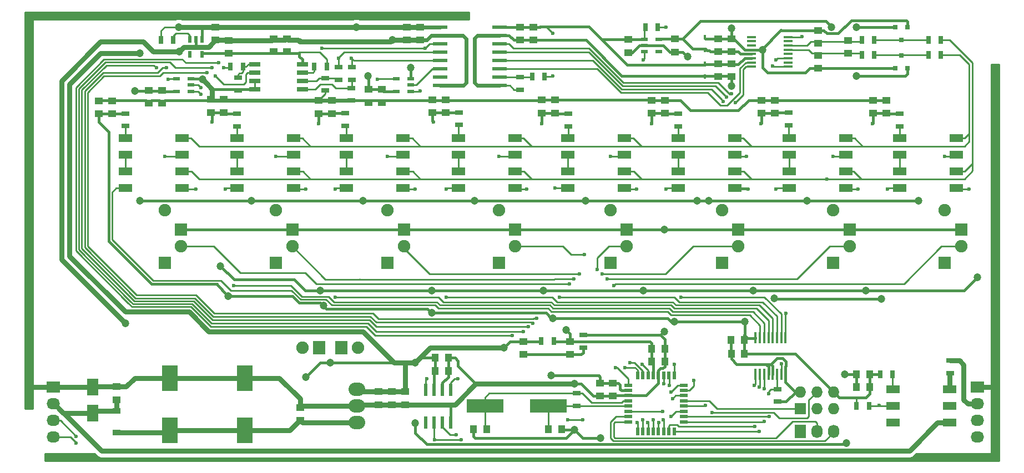
<source format=gtl>
G04 #@! TF.FileFunction,Copper,L1,Top,Signal*
%FSLAX46Y46*%
G04 Gerber Fmt 4.6, Leading zero omitted, Abs format (unit mm)*
G04 Created by KiCad (PCBNEW 4.0.2-stable) date 5/21/2016 11:43:06 AM*
%MOMM*%
G01*
G04 APERTURE LIST*
%ADD10C,0.100000*%
%ADD11R,1.220000X0.910000*%
%ADD12R,1.000000X1.250000*%
%ADD13R,1.200000X0.500000*%
%ADD14R,0.500000X1.200000*%
%ADD15R,0.355600X1.676400*%
%ADD16R,1.900000X2.000000*%
%ADD17C,1.900000*%
%ADD18R,1.250000X1.000000*%
%ADD19R,1.473200X0.355600*%
%ADD20R,1.800860X2.499360*%
%ADD21R,0.800100X0.800100*%
%ADD22R,2.032000X1.727200*%
%ADD23O,2.032000X1.727200*%
%ADD24R,1.727200X1.727200*%
%ADD25O,1.727200X1.727200*%
%ADD26R,1.727200X2.032000*%
%ADD27O,1.727200X2.032000*%
%ADD28R,0.700000X1.300000*%
%ADD29R,1.300000X0.700000*%
%ADD30R,5.600700X2.100580*%
%ADD31R,1.016000X0.558800*%
%ADD32R,2.032000X1.168400*%
%ADD33R,0.558800X1.016000*%
%ADD34R,2.298700X0.558800*%
%ADD35R,0.533400X1.981200*%
%ADD36R,1.900000X1.900000*%
%ADD37R,0.450000X0.590000*%
%ADD38R,2.400300X4.000500*%
%ADD39O,2.540000X2.032000*%
%ADD40R,1.700000X0.650000*%
%ADD41C,0.600000*%
%ADD42C,1.200000*%
%ADD43C,0.400000*%
%ADD44C,0.250000*%
%ADD45C,0.800000*%
%ADD46C,0.600000*%
%ADD47C,0.254000*%
G04 APERTURE END LIST*
D10*
D11*
X14700000Y5065000D03*
X14700000Y8335000D03*
D12*
X110451818Y17113178D03*
X108451818Y17113178D03*
X110431443Y19234369D03*
X108431443Y19234369D03*
D13*
X92692414Y12300000D03*
X92692414Y11500000D03*
X92692414Y10700000D03*
X92692414Y9900000D03*
X92692414Y9100000D03*
X92692414Y8300000D03*
X92692414Y7500000D03*
X92692414Y6700000D03*
D14*
X94142414Y5250000D03*
X94942414Y5250000D03*
X95742414Y5250000D03*
X96542414Y5250000D03*
X97342414Y5250000D03*
X98142414Y5250000D03*
X98942414Y5250000D03*
X99742414Y5250000D03*
D13*
X101192414Y6700000D03*
X101192414Y7500000D03*
X101192414Y8300000D03*
X101192414Y9100000D03*
X101192414Y9900000D03*
X101192414Y10700000D03*
X101192414Y11500000D03*
X101192414Y12300000D03*
D14*
X99742414Y13750000D03*
X98942414Y13750000D03*
X98142414Y13750000D03*
X97342414Y13750000D03*
X96542414Y13750000D03*
X95742414Y13750000D03*
X94942414Y13750000D03*
X94142414Y13750000D03*
D15*
X112160231Y13918538D03*
X112810229Y13918538D03*
X113460231Y13918538D03*
X114110229Y13918538D03*
X114760228Y13918538D03*
X115410229Y13918538D03*
X116060228Y13918538D03*
X116710229Y13918538D03*
X116710229Y19557338D03*
X116060231Y19557338D03*
X115410229Y19557338D03*
X114760231Y19557338D03*
X114110232Y19557338D03*
X113460231Y19557338D03*
X112810232Y19557338D03*
X112160231Y19557338D03*
D16*
X45540000Y18000000D03*
D17*
X43000000Y18000000D03*
D18*
X88433414Y12639700D03*
X88433414Y10639700D03*
D19*
X117129400Y60923001D03*
X117129400Y61572999D03*
X117129400Y62223001D03*
X117129400Y62872999D03*
X117129400Y63522998D03*
X117129400Y64172999D03*
X117129400Y64822998D03*
X117129400Y65472999D03*
X111490600Y65472999D03*
X111490600Y64823001D03*
X111490600Y64172999D03*
X111490600Y63523001D03*
X111490600Y62873002D03*
X111490600Y62223001D03*
X111490600Y61573002D03*
X111490600Y60923001D03*
D18*
X42700000Y6900000D03*
X42700000Y8900000D03*
X54620000Y11338761D03*
X54620000Y9338761D03*
X56652000Y11338761D03*
X56652000Y9338761D03*
X58684000Y11338761D03*
X58684000Y9338761D03*
X58938000Y66992000D03*
X58938000Y64992000D03*
X60970000Y66992000D03*
X60970000Y64992000D03*
X14700000Y10100000D03*
X14700000Y12100000D03*
X99832000Y65186000D03*
X99832000Y63186000D03*
X92720000Y65059000D03*
X92720000Y63059000D03*
X106436000Y63214000D03*
X106436000Y65214000D03*
X108468000Y63214000D03*
X108468000Y65214000D03*
X78242000Y66992000D03*
X78242000Y64992000D03*
X76210000Y66992000D03*
X76210000Y64992000D03*
X55106191Y57439807D03*
X55106191Y55439807D03*
X53074191Y57439807D03*
X53074191Y55439807D03*
X106436000Y61404000D03*
X106436000Y59404000D03*
X108468000Y61404000D03*
X108468000Y59404000D03*
X121676000Y64484000D03*
X121676000Y66484000D03*
X126248000Y64960000D03*
X126248000Y62960000D03*
X121676000Y60674000D03*
X121676000Y62674000D03*
X13980000Y53729362D03*
X13980000Y55729362D03*
X11948000Y53729362D03*
X11948000Y55729362D03*
X31050000Y53911164D03*
X31050000Y55911164D03*
X29050000Y53911164D03*
X29050000Y55911164D03*
X47514178Y53773068D03*
X47514178Y55773068D03*
X45475000Y53775000D03*
X45475000Y55775000D03*
X64852499Y53881537D03*
X64852499Y55881537D03*
X62820499Y53881537D03*
X62820499Y55881537D03*
X81544000Y53832000D03*
X81544000Y55832000D03*
X79512000Y53832000D03*
X79512000Y55832000D03*
X98308000Y53816000D03*
X98308000Y55816000D03*
X96276000Y53816000D03*
X96276000Y55816000D03*
X90400000Y12630700D03*
X90400000Y10630700D03*
X115072000Y53816000D03*
X115072000Y55816000D03*
X113040000Y53816000D03*
X113040000Y55816000D03*
D12*
X80544000Y5540000D03*
X82544000Y5540000D03*
X71114000Y5540000D03*
X69114000Y5540000D03*
D18*
X132090000Y53816000D03*
X132090000Y55816000D03*
X130058000Y53816000D03*
X130058000Y55816000D03*
D12*
X65272000Y16462000D03*
X63272000Y16462000D03*
X65272000Y14430000D03*
X63272000Y14430000D03*
X129534000Y12017000D03*
X127534000Y12017000D03*
X129534000Y13922000D03*
X127534000Y13922000D03*
X98327414Y15900000D03*
X96327414Y15900000D03*
X98327414Y17865312D03*
X96327414Y17865312D03*
D18*
X83830000Y18986000D03*
X83830000Y16986000D03*
X76718000Y18986000D03*
X76718000Y16986000D03*
X29728000Y66992000D03*
X29728000Y64992000D03*
X31760000Y62960000D03*
X31760000Y64960000D03*
X38618000Y63214000D03*
X38618000Y65214000D03*
X40650000Y63214000D03*
X40650000Y65214000D03*
X19568000Y57340000D03*
X19568000Y55340000D03*
X21600000Y57340000D03*
X21600000Y55340000D03*
D20*
X11000000Y8001020D03*
X11000000Y11998980D03*
D21*
X135326000Y66992760D03*
X133426000Y66992760D03*
X134376000Y64993780D03*
X133426000Y60673240D03*
X135326000Y60673240D03*
X134376000Y62672220D03*
D16*
X48960000Y18000000D03*
D17*
X51500000Y18000000D03*
D22*
X5000000Y12000000D03*
D23*
X5000000Y9460000D03*
X5000000Y6920000D03*
X5000000Y4380000D03*
D24*
X118960000Y8750000D03*
D25*
X118960000Y11290000D03*
X121500000Y8750000D03*
X121500000Y11290000D03*
X124040000Y8750000D03*
X124040000Y11290000D03*
D26*
X118960000Y5250000D03*
D27*
X121500000Y5250000D03*
X124040000Y5250000D03*
D22*
X146000000Y12000000D03*
D23*
X146000000Y9460000D03*
X146000000Y6920000D03*
X146000000Y4380000D03*
D28*
X95326000Y66980000D03*
X97226000Y66980000D03*
X78054000Y59388000D03*
X79954000Y59388000D03*
D29*
X76210000Y57422000D03*
X76210000Y59322000D03*
D28*
X138506000Y64976000D03*
X140406000Y64976000D03*
X128346000Y64976000D03*
X130246000Y64976000D03*
X138506000Y62690000D03*
X140406000Y62690000D03*
X128346000Y62690000D03*
X130246000Y62690000D03*
D29*
X16022578Y53774362D03*
X16022578Y51874362D03*
X33050000Y53734000D03*
X33050000Y51834000D03*
X49546178Y53818068D03*
X49546178Y51918068D03*
X66884499Y53926537D03*
X66884499Y52026537D03*
X83576000Y53734000D03*
X83576000Y51834000D03*
X100340000Y53734000D03*
X100340000Y51834000D03*
X117213840Y53892074D03*
X117213840Y51992074D03*
X84846000Y9162000D03*
X84846000Y11062000D03*
X134122000Y53734000D03*
X134122000Y51834000D03*
D28*
X133040000Y13922000D03*
X131140000Y13922000D03*
X79450000Y19000000D03*
X81350000Y19000000D03*
X21412000Y64976000D03*
X23312000Y64976000D03*
X46750000Y60950000D03*
X44850000Y60950000D03*
D29*
X48524000Y60846000D03*
X48524000Y58946000D03*
X115500000Y9800000D03*
X115500000Y11700000D03*
X50556000Y60846000D03*
X50556000Y58946000D03*
D28*
X32050000Y60912000D03*
X33950000Y60912000D03*
D30*
X80550860Y9096000D03*
X70853140Y9096000D03*
D31*
X26019600Y57167999D03*
X26019600Y58118000D03*
X26019600Y59068001D03*
X23784400Y59068001D03*
X23784400Y57167999D03*
X59547600Y57167999D03*
X59547600Y58118000D03*
X59547600Y59068001D03*
X57312400Y59068001D03*
X57312400Y57167999D03*
D32*
X134121999Y49990000D03*
X134121999Y47450000D03*
X134121999Y44910000D03*
X134121999Y42370000D03*
X142757999Y42370000D03*
X142757999Y44910000D03*
X142757999Y47450000D03*
X142757999Y49990000D03*
X117249142Y49990000D03*
X117249142Y47450000D03*
X117249142Y44910000D03*
X117249142Y42370000D03*
X125885142Y42370000D03*
X125885142Y44910000D03*
X125885142Y47450000D03*
X125885142Y49990000D03*
X100376285Y49990000D03*
X100376285Y47450000D03*
X100376285Y44910000D03*
X100376285Y42370000D03*
X109012285Y42370000D03*
X109012285Y44910000D03*
X109012285Y47450000D03*
X109012285Y49990000D03*
X83503428Y49990000D03*
X83503428Y47450000D03*
X83503428Y44910000D03*
X83503428Y42370000D03*
X92139428Y42370000D03*
X92139428Y44910000D03*
X92139428Y47450000D03*
X92139428Y49990000D03*
X66812000Y49990000D03*
X66812000Y47450000D03*
X66812000Y44910000D03*
X66812000Y42370000D03*
X75448000Y42370000D03*
X75448000Y44910000D03*
X75448000Y47450000D03*
X75448000Y49990000D03*
X49757714Y49990000D03*
X49757714Y47450000D03*
X49757714Y44910000D03*
X49757714Y42370000D03*
X58393714Y42370000D03*
X58393714Y44910000D03*
X58393714Y47450000D03*
X58393714Y49990000D03*
X133106000Y11636000D03*
X133106000Y9096000D03*
X133106000Y6556000D03*
X141742000Y6556000D03*
X141742000Y9096000D03*
X141742000Y11636000D03*
D33*
X27732021Y65066816D03*
X26782020Y65066816D03*
X25832019Y65066816D03*
X25832019Y62831616D03*
X27732021Y62831616D03*
D31*
X95158400Y65136001D03*
X95158400Y64186000D03*
X95158400Y63235999D03*
X97393600Y63235999D03*
X97393600Y65136001D03*
D34*
X64062450Y66964594D03*
X64062450Y65694594D03*
X64062450Y64424594D03*
X64062450Y63154594D03*
X64062450Y61884594D03*
X64062450Y60614594D03*
X64062450Y59344594D03*
X64062450Y58074594D03*
X73117550Y58074594D03*
X73117550Y59344594D03*
X73117550Y60614594D03*
X73117550Y61884594D03*
X73117550Y63154594D03*
X73117550Y64424594D03*
X73117550Y65694594D03*
X73117550Y66964594D03*
D35*
X65669000Y11559800D03*
X64399000Y11559800D03*
X63129000Y11559800D03*
X61859000Y11559800D03*
X61859000Y6632200D03*
X63129000Y6632200D03*
X64399000Y6632200D03*
X65669000Y6632200D03*
D32*
X16012000Y49990000D03*
X16012000Y47450000D03*
X16012000Y44910000D03*
X16012000Y42370000D03*
X24648000Y42370000D03*
X24648000Y44910000D03*
X24648000Y47450000D03*
X24648000Y49990000D03*
X33030000Y49990000D03*
X33030000Y47450000D03*
X33030000Y44910000D03*
X33030000Y42370000D03*
X41666000Y42370000D03*
X41666000Y44910000D03*
X41666000Y47450000D03*
X41666000Y49990000D03*
D28*
X127550000Y9100000D03*
X129450000Y9100000D03*
D29*
X85862000Y18052000D03*
X85862000Y19952000D03*
D17*
X21997460Y39000000D03*
D36*
X21997460Y31000000D03*
D17*
X38997460Y39000000D03*
D36*
X38997460Y31000000D03*
D17*
X55997460Y39000000D03*
D36*
X55997460Y31000000D03*
D17*
X72997460Y39000000D03*
D36*
X72997460Y31000000D03*
D17*
X89997460Y39000000D03*
D36*
X89997460Y31000000D03*
D17*
X106997460Y39000000D03*
D36*
X106997460Y31000000D03*
D17*
X123997460Y39000000D03*
D36*
X123997460Y31000000D03*
D17*
X140997460Y39000000D03*
D36*
X140997460Y31000000D03*
X24500000Y36040000D03*
D17*
X24500000Y33500000D03*
D36*
X41500000Y36040000D03*
D17*
X41500000Y33500000D03*
D36*
X58500000Y36040000D03*
D17*
X58500000Y33500000D03*
D36*
X75500000Y36040000D03*
D17*
X75500000Y33500000D03*
D36*
X92500000Y36040000D03*
D17*
X92500000Y33500000D03*
D36*
X109500000Y36040000D03*
D17*
X109500000Y33500000D03*
D36*
X143500000Y36040000D03*
D17*
X143500000Y33500000D03*
D36*
X126500000Y36040000D03*
D17*
X126500000Y33500000D03*
D29*
X33200000Y57350000D03*
X33200000Y59250000D03*
X50500000Y55750000D03*
X50500000Y57650000D03*
X46500000Y57300000D03*
X46500000Y59200000D03*
D37*
X104404000Y61459000D03*
X104404000Y59349000D03*
X104404000Y63413000D03*
X104404000Y65523000D03*
X42611795Y62919209D03*
X42611795Y65029209D03*
D38*
X22800000Y5399500D03*
X22800000Y13400500D03*
X34200000Y5399500D03*
X34200000Y13400500D03*
D39*
X51300000Y9100000D03*
X51300000Y6560000D03*
X51300000Y11640000D03*
D29*
X141800000Y16050000D03*
X141800000Y14150000D03*
D40*
X35730000Y61293000D03*
X35730000Y60023000D03*
X35730000Y58753000D03*
X35730000Y57483000D03*
X43030000Y57483000D03*
X43030000Y58753000D03*
X43030000Y60023000D03*
X43030000Y61293000D03*
D41*
X68000000Y69000000D03*
X63000000Y69000000D03*
X58000000Y69000000D03*
X53000000Y69000000D03*
X48000000Y69000000D03*
X43000000Y69000000D03*
X38000000Y69000000D03*
X33000000Y69000000D03*
X28000000Y69000000D03*
X23000000Y69000000D03*
X18000000Y69000000D03*
X13000000Y69000000D03*
X8000000Y69000000D03*
X3000000Y69000000D03*
X149000000Y33000000D03*
X149000000Y58000000D03*
X149000000Y53000000D03*
X149000000Y48000000D03*
X149000000Y43000000D03*
X149000000Y38000000D03*
X149000000Y28000000D03*
X149000000Y23000000D03*
X149000000Y18000000D03*
X149000000Y13000000D03*
X149000000Y8000000D03*
X1000000Y66000000D03*
X1000000Y61000000D03*
X1000000Y56000000D03*
X1000000Y51000000D03*
X1000000Y46000000D03*
X1000000Y41000000D03*
X1000000Y36000000D03*
X1000000Y31000000D03*
X1000000Y26000000D03*
X1000000Y21000000D03*
X1000000Y16000000D03*
X1000000Y11000000D03*
X149000000Y3000000D03*
X146000000Y1000000D03*
X141000000Y1000000D03*
X136000000Y1000000D03*
X131000000Y1000000D03*
X126000000Y1000000D03*
X121000000Y1000000D03*
X116000000Y1000000D03*
X111000000Y1000000D03*
X106000000Y1000000D03*
X101000000Y1000000D03*
X96000000Y1000000D03*
X91000000Y1000000D03*
X86000000Y1000000D03*
X81000000Y1000000D03*
X76000000Y1000000D03*
X71000000Y1000000D03*
X66000000Y1000000D03*
X61000000Y1000000D03*
X56000000Y1000000D03*
X51000000Y1000000D03*
X46000000Y1000000D03*
X41000000Y1000000D03*
X36000000Y1000000D03*
X31000000Y1000000D03*
X26000000Y1000000D03*
X21000000Y1000000D03*
X16000000Y1000000D03*
X11000000Y1000000D03*
X6000000Y1000000D03*
D42*
X125750000Y14000000D03*
X88500002Y4250000D03*
X27750000Y59000000D03*
X24250000Y63250000D03*
X56750000Y65000000D03*
X59500000Y60750000D03*
X16000000Y21750000D03*
X84499994Y12500000D03*
X84500000Y5500000D03*
X98250000Y20500004D03*
X98250000Y36040000D03*
X53000000Y59499992D03*
X24144000Y66992000D03*
X51250000Y66992000D03*
X126000000Y3500000D03*
X46220919Y24449980D03*
X31707209Y25901251D03*
X110500000Y22000000D03*
X99750000Y22000000D03*
X81250000Y22500000D03*
X73750000Y18000000D03*
X62750000Y23324990D03*
X131324990Y25500000D03*
X115029081Y25529081D03*
D41*
X130000000Y52250000D03*
X113000000Y52250000D03*
X96250000Y52250000D03*
X79500000Y52250000D03*
X63000000Y52500000D03*
X29250000Y52500000D03*
X45500000Y52250000D03*
D42*
X81000000Y13749994D03*
X43500000Y13500000D03*
X60250000Y15750000D03*
X60250000Y6500000D03*
X47250000Y15750000D03*
X18250000Y63000000D03*
X17500000Y57250000D03*
X127500000Y59500000D03*
X123750008Y67000020D03*
X127500000Y66999980D03*
X104999994Y40500000D03*
X108468000Y58000000D03*
X120000000Y40500000D03*
X103250000Y40500000D03*
X86250000Y40500000D03*
X69250000Y40500000D03*
X52250000Y40500000D03*
X18250000Y40500000D03*
X35250000Y40500000D03*
X137000000Y40500000D03*
D41*
X81250000Y66000000D03*
X81250000Y59500000D03*
D42*
X101750000Y62500000D03*
X108500000Y66750000D03*
X113250000Y63500000D03*
X83250000Y20750000D03*
X95000000Y26712980D03*
X111750000Y26712980D03*
X129000000Y26712980D03*
X146000000Y28750000D03*
X79750000Y26750000D03*
X62750000Y26750000D03*
X45750000Y26750000D03*
X30500000Y30500000D03*
D41*
X22000000Y47250000D03*
X26750000Y42250000D03*
X39000000Y47250000D03*
X43500000Y42250000D03*
X56000000Y47250000D03*
X60250000Y42250000D03*
X73000000Y47250000D03*
X77250000Y42250000D03*
X90000000Y47250000D03*
X94000000Y42250000D03*
X110750000Y47250000D03*
X111000000Y42250000D03*
X124000000Y47250000D03*
X127750000Y42250000D03*
X94100000Y6600000D03*
X85750004Y7000000D03*
X83500000Y7000000D03*
X141000000Y47250000D03*
X144750000Y42250000D03*
X98000000Y8250000D03*
X105500000Y8125010D03*
X95000000Y62000000D03*
X98500000Y67000000D03*
X119250000Y65500000D03*
X123000000Y43750000D03*
X90499994Y27500000D03*
X102750000Y13000000D03*
X99750000Y15500000D03*
X89500000Y28500000D03*
X99000000Y12250000D03*
X88750000Y29250000D03*
X98150000Y12500000D03*
X88000000Y30000000D03*
X94808369Y15500000D03*
X86000000Y32250000D03*
X93000000Y15749996D03*
X85250010Y29250000D03*
X92250000Y15000000D03*
X84426980Y28500000D03*
X90750000Y15000000D03*
X83750020Y27750000D03*
X94900000Y7000000D03*
X30249996Y61500000D03*
X48500000Y62250000D03*
X75000000Y19874980D03*
X114133958Y11000000D03*
X114250000Y7500000D03*
X95700000Y6600000D03*
X50500000Y62250000D03*
X29250000Y60750000D03*
X76750000Y20500000D03*
X99500000Y10250000D03*
X22250000Y60750000D03*
X31000000Y60750000D03*
X27500000Y56750000D03*
X78184313Y21774969D03*
X99250000Y11250000D03*
X28500000Y60000000D03*
X46000000Y63750000D03*
X78750000Y22500000D03*
X61750000Y63750000D03*
X61000000Y57250000D03*
X107250000Y55650031D03*
X109066955Y55433045D03*
X107750000Y56275051D03*
X114750000Y61000000D03*
X115249986Y62000000D03*
X108470550Y56779450D03*
X96500000Y7000000D03*
X20750000Y60750002D03*
X54500000Y59000000D03*
X22500000Y59000000D03*
X77500000Y21249970D03*
X32499998Y27500000D03*
X31250000Y42250000D03*
X48000000Y25750000D03*
X48000000Y42250000D03*
X65000000Y25750000D03*
X65000000Y42250000D03*
X82250000Y25750000D03*
X81544000Y42370000D03*
X100750000Y25750000D03*
X98500000Y42250000D03*
X116758958Y23252986D03*
X115250000Y42250000D03*
X97400000Y6600000D03*
X66750000Y13250004D03*
X98100000Y7000000D03*
X62000000Y13250000D03*
X116060228Y15560228D03*
X132250000Y42250000D03*
X112000000Y6000000D03*
X111991052Y12252982D03*
X112750000Y12000000D03*
X112750000Y5250000D03*
X113500000Y6750000D03*
X113508948Y11747018D03*
X99250000Y7500000D03*
X131000000Y9250000D03*
X104500004Y9250000D03*
X29750006Y59500000D03*
X27500000Y57750000D03*
X8500000Y3500000D03*
X66500000Y4750000D03*
X63199988Y4000000D03*
X8500000Y4500000D03*
X67250000Y4000000D03*
D43*
X29293010Y57500000D02*
X33050000Y57500000D01*
X33050000Y57500000D02*
X33200000Y57350000D01*
X35730000Y57483000D02*
X33333000Y57483000D01*
X33333000Y57483000D02*
X33200000Y57350000D01*
D44*
X35730000Y57483000D02*
X35730000Y58753000D01*
D45*
X14700000Y12100000D02*
X16125000Y12100000D01*
X16125000Y12100000D02*
X17425500Y13400500D01*
X17425500Y13400500D02*
X22800000Y13400500D01*
X34200000Y13400500D02*
X22800000Y13400500D01*
X42700000Y8900000D02*
X42700000Y10200000D01*
X42700000Y10200000D02*
X39499500Y13400500D01*
X39499500Y13400500D02*
X34200000Y13400500D01*
X14700000Y12100000D02*
X11101020Y12100000D01*
X11101020Y12100000D02*
X11000000Y11998980D01*
X5000000Y12000000D02*
X10998980Y12000000D01*
X10998980Y12000000D02*
X11000000Y11998980D01*
D43*
X116710229Y13918538D02*
X116710229Y15174227D01*
X116710229Y15174227D02*
X116800000Y15263998D01*
X116800000Y15263998D02*
X116800000Y15900000D01*
X116800000Y15900000D02*
X116300000Y16400000D01*
X116300000Y16400000D02*
X115400000Y16400000D01*
X115400000Y16400000D02*
X114500000Y15500000D01*
X108431443Y19234369D02*
X108431443Y17133553D01*
X108431443Y17133553D02*
X108451818Y17113178D01*
X109250000Y15500000D02*
X113766967Y15500000D01*
X108451818Y16298182D02*
X109250000Y15500000D01*
X108451818Y17113178D02*
X108451818Y16298182D01*
X114500000Y15500000D02*
X114760228Y15239772D01*
X114760228Y15239772D02*
X114760228Y13918538D01*
X113766967Y15500000D02*
X114110229Y15156738D01*
X114110229Y15156738D02*
X114110229Y13918538D01*
X113766967Y15500000D02*
X114500000Y15500000D01*
D45*
X66292761Y9338761D02*
X65700000Y9338761D01*
X65700000Y9338761D02*
X58684000Y9338761D01*
D43*
X65669000Y6632200D02*
X65669000Y9307761D01*
X65669000Y9307761D02*
X65700000Y9338761D01*
D45*
X69454000Y12500000D02*
X66292761Y9338761D01*
X54620000Y9338761D02*
X51538761Y9338761D01*
X51538761Y9338761D02*
X51300000Y9100000D01*
X56652000Y9338761D02*
X54620000Y9338761D01*
X58684000Y9338761D02*
X56652000Y9338761D01*
D43*
X76718000Y16986000D02*
X77743000Y16986000D01*
X77743000Y16986000D02*
X83830000Y16986000D01*
D44*
X46500000Y57300000D02*
X46500000Y56800000D01*
X46500000Y56800000D02*
X45475000Y55775000D01*
D43*
X62820499Y55881537D02*
X62952036Y55750000D01*
X64720962Y55750000D02*
X64852499Y55881537D01*
X62952036Y55750000D02*
X64720962Y55750000D01*
X64852499Y55881537D02*
X64934036Y55800000D01*
X64934036Y55800000D02*
X79496000Y55800000D01*
X79496000Y55800000D02*
X79528000Y55832000D01*
X79528000Y55832000D02*
X81544000Y55832000D01*
X53074191Y55439807D02*
X53384384Y55750000D01*
X53384384Y55750000D02*
X54795998Y55750000D01*
X54795998Y55750000D02*
X55106191Y55439807D01*
X50500000Y55750000D02*
X52763998Y55750000D01*
X52763998Y55750000D02*
X53074191Y55439807D01*
D46*
X29050000Y55911164D02*
X29211164Y55750000D01*
X29211164Y55750000D02*
X30888836Y55750000D01*
X30888836Y55750000D02*
X31050000Y55911164D01*
X45475000Y55775000D02*
X31186164Y55775000D01*
X31186164Y55775000D02*
X31050000Y55911164D01*
X47514178Y55773068D02*
X45476932Y55773068D01*
X45476932Y55773068D02*
X45475000Y55775000D01*
X50500000Y55750000D02*
X47537246Y55750000D01*
X47537246Y55750000D02*
X47514178Y55773068D01*
X68000000Y65200000D02*
X67505406Y65694594D01*
X67505406Y65694594D02*
X64062450Y65694594D01*
X68000000Y58500000D02*
X67574594Y58074594D01*
X67574594Y58074594D02*
X64062450Y58074594D01*
X68000000Y58500000D02*
X68000000Y65200000D01*
D43*
X92692414Y10700000D02*
X95450000Y10700000D01*
X95450000Y10700000D02*
X97342414Y12592414D01*
X97342414Y12592414D02*
X97342414Y12750000D01*
X97342414Y12750000D02*
X97342414Y13750000D01*
X88433414Y10639700D02*
X87408414Y10639700D01*
X87408414Y10639700D02*
X85548114Y12500000D01*
X85548114Y12500000D02*
X85500000Y12500000D01*
X88433414Y10639700D02*
X90391000Y10639700D01*
X90391000Y10639700D02*
X90400000Y10630700D01*
X92692414Y10700000D02*
X90469300Y10700000D01*
X90469300Y10700000D02*
X90400000Y10630700D01*
D45*
X146000000Y12000000D02*
X149000000Y12000000D01*
X5000000Y12000000D02*
X1200000Y12000000D01*
D43*
X127534000Y13922000D02*
X125828000Y13922000D01*
X125828000Y13922000D02*
X125750000Y14000000D01*
X85750000Y4250000D02*
X87651474Y4250000D01*
X84500000Y5500000D02*
X85750000Y4250000D01*
X87651474Y4250000D02*
X88500002Y4250000D01*
D45*
X29267000Y57483000D02*
X28349999Y58400001D01*
D43*
X27681999Y59068001D02*
X27750000Y59000000D01*
D45*
X28349999Y58400001D02*
X27750000Y59000000D01*
D43*
X26019600Y59068001D02*
X27681999Y59068001D01*
D45*
X29220000Y55911164D02*
X29220000Y57470000D01*
D43*
X29220000Y57470000D02*
X29250000Y57500000D01*
X29250000Y57500000D02*
X29293010Y57500000D01*
X29293010Y57500000D02*
X29310010Y57483000D01*
D45*
X26750000Y63958815D02*
X26741185Y63950000D01*
X26741185Y63950000D02*
X24950000Y63950000D01*
X24950000Y63950000D02*
X24250000Y63250000D01*
X20250000Y63250000D02*
X18750000Y64750000D01*
X24250000Y63250000D02*
X20250000Y63250000D01*
X18750000Y64750000D02*
X12250000Y64750000D01*
X12250000Y64750000D02*
X6250000Y58750000D01*
X6250000Y58750000D02*
X6250000Y31500000D01*
X6250000Y31500000D02*
X16000000Y21750000D01*
X29728000Y64992000D02*
X28686000Y63950000D01*
X28686000Y63950000D02*
X26758815Y63950000D01*
X26758815Y63950000D02*
X26750000Y63958815D01*
D43*
X26782020Y65066816D02*
X26782020Y63990835D01*
X26782020Y63990835D02*
X26750000Y63958815D01*
D45*
X58938000Y64992000D02*
X60970000Y64992000D01*
X56750000Y65000000D02*
X58930000Y65000000D01*
X58930000Y65000000D02*
X58938000Y64992000D01*
X42611795Y64774209D02*
X56524209Y64774209D01*
X56524209Y64774209D02*
X56750000Y65000000D01*
X40650000Y65214000D02*
X40864000Y65000000D01*
X40864000Y65000000D02*
X42386004Y65000000D01*
X42386004Y65000000D02*
X42611795Y64774209D01*
X38618000Y65214000D02*
X38832000Y65000000D01*
X38832000Y65000000D02*
X40436000Y65000000D01*
X40436000Y65000000D02*
X40650000Y65214000D01*
X31760000Y64960000D02*
X38364000Y64960000D01*
X38364000Y64960000D02*
X38618000Y65214000D01*
X29728000Y64992000D02*
X31728000Y64992000D01*
X31728000Y64992000D02*
X31760000Y64960000D01*
D43*
X11948000Y55729362D02*
X11968638Y55750000D01*
X11968638Y55750000D02*
X13959362Y55750000D01*
X13959362Y55750000D02*
X13980000Y55729362D01*
X13980000Y55729362D02*
X14000638Y55750000D01*
X14000638Y55750000D02*
X19158000Y55750000D01*
X19158000Y55750000D02*
X19568000Y55340000D01*
X21600000Y55340000D02*
X21190000Y55750000D01*
X21190000Y55750000D02*
X19978000Y55750000D01*
X19978000Y55750000D02*
X19568000Y55340000D01*
X29220000Y55911164D02*
X29058836Y55750000D01*
X29058836Y55750000D02*
X22010000Y55750000D01*
X22010000Y55750000D02*
X21600000Y55340000D01*
X31015692Y55911164D02*
X30854528Y55750000D01*
X29381164Y55750000D02*
X29220000Y55911164D01*
X98308000Y55816000D02*
X100684000Y55816000D01*
X100684000Y55816000D02*
X102250000Y54250000D01*
X102250000Y54250000D02*
X109500000Y54250000D01*
X109500000Y54250000D02*
X111066000Y55816000D01*
X111066000Y55816000D02*
X113040000Y55816000D01*
X59547600Y59068001D02*
X59547600Y60702400D01*
X59547600Y60702400D02*
X59500000Y60750000D01*
X42811795Y64974209D02*
X42611795Y64774209D01*
X42426004Y64960000D02*
X42611795Y64774209D01*
X58920209Y64974209D02*
X58938000Y64992000D01*
X115500000Y9800000D02*
X116800000Y9800000D01*
X116800000Y9800000D02*
X118290000Y11290000D01*
X118290000Y11290000D02*
X118960000Y11290000D01*
X116710229Y13918538D02*
X116710229Y12789771D01*
X116710229Y12789771D02*
X118210000Y11290000D01*
X118210000Y11290000D02*
X118960000Y11290000D01*
X127534000Y12017000D02*
X127534000Y13922000D01*
X62820499Y55881537D02*
X62688962Y55750000D01*
X62688962Y55750000D02*
X55416384Y55750000D01*
X55416384Y55750000D02*
X55106191Y55439807D01*
X31153788Y55773068D02*
X31015692Y55911164D01*
X115072000Y55816000D02*
X116097000Y55816000D01*
X116097000Y55816000D02*
X130058000Y55816000D01*
X81544000Y55832000D02*
X96260000Y55832000D01*
X96260000Y55832000D02*
X96276000Y55816000D01*
X98308000Y55816000D02*
X96276000Y55816000D01*
X115072000Y55816000D02*
X113040000Y55816000D01*
X132090000Y55816000D02*
X130058000Y55816000D01*
X69114000Y5540000D02*
X69114000Y4515000D01*
X69114000Y4515000D02*
X69379000Y4250000D01*
X69379000Y4250000D02*
X83250000Y4250000D01*
X83250000Y4250000D02*
X84500000Y5500000D01*
X65272000Y16462000D02*
X66288000Y16462000D01*
X66288000Y16462000D02*
X66750000Y16000000D01*
X66750000Y16000000D02*
X66750000Y15204000D01*
X66750000Y15204000D02*
X69454000Y12500000D01*
X85500000Y12500000D02*
X84499994Y12500000D01*
D45*
X69454000Y12500000D02*
X84499994Y12500000D01*
D43*
X84500000Y5500000D02*
X82584000Y5500000D01*
X82584000Y5500000D02*
X82544000Y5540000D01*
X45540000Y18050000D02*
X45540000Y18000000D01*
X65272000Y16462000D02*
X65272000Y14430000D01*
X65272000Y13522000D02*
X65272000Y14430000D01*
D45*
X51250000Y9096000D02*
X42500000Y9096000D01*
D46*
X61992000Y64992000D02*
X60970000Y64992000D01*
D43*
X65272000Y13522000D02*
X64399000Y12649000D01*
X64399000Y12649000D02*
X64399000Y11559800D01*
D46*
X64316450Y65694594D02*
X62694594Y65694594D01*
X62694594Y65694594D02*
X61992000Y64992000D01*
D43*
X83830000Y16986000D02*
X85546000Y16986000D01*
X85546000Y16986000D02*
X85862000Y17302000D01*
X85862000Y17302000D02*
X85862000Y18052000D01*
X97342414Y13750000D02*
X97342414Y14570002D01*
X97342414Y14570002D02*
X97622412Y14850000D01*
X97622412Y14850000D02*
X98000000Y14850000D01*
X98000000Y14850000D02*
X98327414Y15177414D01*
X98327414Y15177414D02*
X98327414Y15900000D01*
X98327414Y17865312D02*
X98327414Y15900000D01*
X97650000Y19950000D02*
X98327414Y19272586D01*
X98327414Y19272586D02*
X98327414Y17865312D01*
X98577414Y15827414D02*
X98577414Y15900000D01*
X96715726Y19952000D02*
X97498000Y19952000D01*
X96715726Y19952000D02*
X96717726Y19950000D01*
X97650000Y19950000D02*
X98200004Y20500004D01*
X96717726Y19950000D02*
X97650000Y19950000D01*
X98200004Y20500004D02*
X98250000Y20500004D01*
X96715726Y19952000D02*
X85862000Y19952000D01*
X92500000Y36040000D02*
X98250000Y36040000D01*
X98250000Y36040000D02*
X109500000Y36040000D01*
X92500000Y36040000D02*
X81250000Y36040000D01*
X81250000Y36040000D02*
X75500000Y36040000D01*
X24500000Y36040000D02*
X41500000Y36040000D01*
X126500000Y36040000D02*
X127916000Y36040000D01*
X127916000Y36040000D02*
X143500000Y36040000D01*
X109500000Y36040000D02*
X126500000Y36040000D01*
X58500000Y36040000D02*
X75500000Y36040000D01*
X41500000Y36040000D02*
X58500000Y36040000D01*
X58500000Y36040000D02*
X57500000Y36040000D01*
X143500000Y36040000D02*
X142084000Y36040000D01*
D44*
X127550000Y9100000D02*
X127550000Y10376401D01*
D43*
X127550000Y10376401D02*
X127600000Y10426401D01*
X124903599Y10426401D02*
X127600000Y10426401D01*
X127600000Y10426401D02*
X128968401Y10426401D01*
D45*
X54620000Y11338761D02*
X51601239Y11338761D01*
X51601239Y11338761D02*
X51300000Y11640000D01*
X56652000Y11338761D02*
X54620000Y11338761D01*
X58684000Y11338761D02*
X56652000Y11338761D01*
D43*
X58700000Y15750000D02*
X60250000Y15750000D01*
X47250000Y15750000D02*
X58700000Y15750000D01*
X58700000Y15750000D02*
X58684000Y15734000D01*
D45*
X58684000Y15734000D02*
X58684000Y11338761D01*
D43*
X53074191Y59425801D02*
X53000000Y59499992D01*
X53074191Y57439807D02*
X53074191Y59425801D01*
X92692414Y11500000D02*
X91692414Y11500000D01*
X91692414Y11500000D02*
X91500000Y11692414D01*
X91217300Y12630700D02*
X90400000Y12630700D01*
X91500000Y11692414D02*
X91500000Y12348000D01*
X91500000Y12348000D02*
X91217300Y12630700D01*
X88433414Y12639700D02*
X90391000Y12639700D01*
X90391000Y12639700D02*
X90400000Y12630700D01*
X81000000Y13749994D02*
X88223120Y13749994D01*
X88223120Y13749994D02*
X88433414Y13539700D01*
X88433414Y13539700D02*
X88433414Y12639700D01*
X47514178Y53773068D02*
X45450000Y53773068D01*
X45450000Y53773068D02*
X45450000Y52300000D01*
X45450000Y52300000D02*
X45500000Y52250000D01*
X60250000Y6500000D02*
X60250000Y4963998D01*
X60250000Y4963998D02*
X61963998Y3250000D01*
X61963998Y3250000D02*
X88269994Y3250000D01*
X89230006Y3250000D02*
X125750000Y3250000D01*
X88269994Y3250000D02*
X88269999Y3249995D01*
X88269999Y3249995D02*
X89230001Y3249995D01*
X125750000Y3250000D02*
X126000000Y3500000D01*
X89230001Y3249995D02*
X89230006Y3250000D01*
D45*
X60250000Y15750000D02*
X57000000Y15750000D01*
X57000000Y15750000D02*
X52250000Y20500000D01*
X52250000Y20500000D02*
X28750000Y20500000D01*
X28750000Y20500000D02*
X25750000Y23500000D01*
X12250000Y63000000D02*
X18250000Y63000000D01*
X25750000Y23500000D02*
X16000000Y23500000D01*
X16000000Y23500000D02*
X7500000Y32000000D01*
X7500000Y32000000D02*
X7500000Y58250000D01*
X7500000Y58250000D02*
X12250000Y63000000D01*
D44*
X21412000Y66412000D02*
X21412000Y64976000D01*
X24144000Y66992000D02*
X21992000Y66992000D01*
X21992000Y66992000D02*
X21412000Y66412000D01*
D43*
X110451818Y17113178D02*
X118216822Y17113178D01*
X118216822Y17113178D02*
X124040000Y11290000D01*
D45*
X58938000Y66992000D02*
X51250000Y66992000D01*
X51250000Y66992000D02*
X29728000Y66992000D01*
X60970000Y66992000D02*
X58938000Y66992000D01*
D46*
X64062450Y66964594D02*
X60997406Y66964594D01*
D43*
X60997406Y66964594D02*
X60970000Y66992000D01*
D45*
X29728000Y66992000D02*
X24144000Y66992000D01*
D43*
X29728000Y66992000D02*
X28500000Y66992000D01*
X28500000Y66992000D02*
X27500000Y66992000D01*
X24144000Y66992000D02*
X28500000Y66992000D01*
X27732021Y65066816D02*
X27732021Y66759979D01*
X27732021Y66759979D02*
X27500000Y66992000D01*
X124040000Y11290000D02*
X124903599Y10426401D01*
X128968401Y10426401D02*
X129534000Y10992000D01*
X129534000Y10992000D02*
X129534000Y12017000D01*
X62750000Y23324990D02*
X80175010Y23324990D01*
X81000000Y22500000D02*
X81250000Y22500000D01*
X80175010Y23324990D02*
X81000000Y22500000D01*
X45750000Y24849981D02*
X42521135Y24849981D01*
X46220919Y24449980D02*
X46150001Y24449980D01*
X46150001Y24449980D02*
X45750000Y24849981D01*
X62750000Y23324990D02*
X62100000Y23974990D01*
X62100000Y23974990D02*
X46695909Y23974990D01*
X46695909Y23974990D02*
X46220919Y24449980D01*
X46220919Y24449980D02*
X46220919Y24529081D01*
X42521135Y24849981D02*
X41469865Y25901251D01*
X41469865Y25901251D02*
X31707209Y25901251D01*
X30025010Y27724990D02*
X29750000Y27724990D01*
X29750000Y27724990D02*
X20032534Y27724990D01*
X31707209Y25901251D02*
X29883470Y27724990D01*
X29883470Y27724990D02*
X29750000Y27724990D01*
X32082522Y26000000D02*
X31750000Y26000000D01*
X13474990Y50973010D02*
X11948000Y52500000D01*
X20032534Y27724990D02*
X13474990Y34282534D01*
X13474990Y34282534D02*
X13474990Y50973010D01*
X11948000Y52500000D02*
X11948000Y53729362D01*
X32082522Y26000000D02*
X31805958Y26000000D01*
X31805958Y26000000D02*
X31707209Y25901251D01*
X81250000Y22500000D02*
X98750000Y22500000D01*
X98750000Y22500000D02*
X99250000Y22000000D01*
X99250000Y22000000D02*
X99750000Y22000000D01*
X110500000Y21151472D02*
X110500000Y22000000D01*
X110500000Y20068557D02*
X110500000Y21151472D01*
X110431443Y20000000D02*
X110500000Y20068557D01*
X99750000Y22000000D02*
X110500000Y22000000D01*
X99500000Y21750000D02*
X99750000Y22000000D01*
X74349999Y18599999D02*
X73750000Y18000000D01*
X76718000Y18986000D02*
X74736000Y18986000D01*
D45*
X72901472Y18000000D02*
X73750000Y18000000D01*
X62500000Y18000000D02*
X72901472Y18000000D01*
X60962000Y16462000D02*
X62500000Y18000000D01*
D43*
X74736000Y18986000D02*
X74349999Y18599999D01*
X131324990Y25500000D02*
X115058162Y25500000D01*
X115058162Y25500000D02*
X115029081Y25529081D01*
X130970919Y25529081D02*
X131000000Y25500000D01*
X112160231Y19557338D02*
X112102893Y19500000D01*
X112102893Y19500000D02*
X110931443Y19500000D01*
X110931443Y19500000D02*
X110431443Y20000000D01*
X110431443Y19234369D02*
X110431443Y20000000D01*
X110451818Y17113178D02*
X110451818Y19213994D01*
X110451818Y19213994D02*
X110431443Y19234369D01*
X110431443Y17133553D02*
X110451818Y17113178D01*
X129534000Y13922000D02*
X131140000Y13922000D01*
X129534000Y12017000D02*
X129534000Y13922000D01*
X57312400Y57167999D02*
X55377999Y57167999D01*
X55377999Y57167999D02*
X55106191Y57439807D01*
X53074191Y57439807D02*
X55106191Y57439807D01*
X130058000Y53816000D02*
X130058000Y52308000D01*
X130058000Y52308000D02*
X130000000Y52250000D01*
X113040000Y53816000D02*
X113040000Y52290000D01*
X113040000Y52290000D02*
X113000000Y52250000D01*
X96276000Y53816000D02*
X96276000Y52276000D01*
X96276000Y52276000D02*
X96250000Y52250000D01*
X79512000Y53816000D02*
X79512000Y52262000D01*
X79512000Y52262000D02*
X79500000Y52250000D01*
X62820499Y53881537D02*
X62820499Y52679501D01*
X62820499Y52679501D02*
X63000000Y52500000D01*
X29220000Y52530000D02*
X29250000Y52500000D01*
X29220000Y53911164D02*
X29220000Y52530000D01*
X11948000Y53729362D02*
X13980000Y53729362D01*
X16022578Y53774362D02*
X14025000Y53774362D01*
X14025000Y53774362D02*
X13980000Y53729362D01*
X29220000Y53911164D02*
X31015692Y53911164D01*
X33047692Y53734000D02*
X31192856Y53734000D01*
X31192856Y53734000D02*
X31015692Y53911164D01*
X49546178Y53818068D02*
X47559178Y53818068D01*
X47559178Y53818068D02*
X47514178Y53773068D01*
X62820499Y53881537D02*
X64852499Y53881537D01*
X66884499Y53926537D02*
X64897499Y53926537D01*
X64897499Y53926537D02*
X64852499Y53881537D01*
X83576000Y53734000D02*
X81642000Y53734000D01*
X81642000Y53734000D02*
X81544000Y53832000D01*
X79512000Y53816000D02*
X81528000Y53816000D01*
X81528000Y53816000D02*
X81544000Y53832000D01*
X96276000Y53816000D02*
X98308000Y53816000D01*
X100340000Y53734000D02*
X98390000Y53734000D01*
X98390000Y53734000D02*
X98308000Y53816000D01*
X117213840Y53892074D02*
X115148074Y53892074D01*
X115148074Y53892074D02*
X115072000Y53816000D01*
X113040000Y53816000D02*
X115072000Y53816000D01*
X132090000Y53816000D02*
X130058000Y53816000D01*
X134122000Y53734000D02*
X132172000Y53734000D01*
X132172000Y53734000D02*
X132090000Y53816000D01*
D44*
X80984006Y13734000D02*
X81000000Y13749994D01*
D43*
X60962000Y16462000D02*
X61000000Y16500000D01*
X61000000Y16500000D02*
X62980000Y16500000D01*
X62980000Y16500000D02*
X63018000Y16462000D01*
X76345000Y19234000D02*
X76593000Y18986000D01*
X76593000Y18986000D02*
X76718000Y18986000D01*
X63272000Y14430000D02*
X63272000Y16462000D01*
X63129000Y11559800D02*
X63129000Y14287000D01*
X63129000Y14287000D02*
X63272000Y14430000D01*
X43500000Y13500000D02*
X45750000Y15750000D01*
X45750000Y15750000D02*
X47250000Y15750000D01*
D45*
X60250000Y15750000D02*
X60962000Y16462000D01*
D43*
X60211239Y6538761D02*
X60250000Y6500000D01*
X79184800Y18982001D02*
X76751999Y18982001D01*
X76751999Y18982001D02*
X76702000Y19032000D01*
X79365521Y19046344D02*
X79394400Y19075223D01*
X11952638Y53734000D02*
X11948000Y53729362D01*
X19568000Y57340000D02*
X19708000Y57200000D01*
X19708000Y57200000D02*
X21460000Y57200000D01*
X21460000Y57200000D02*
X21600000Y57340000D01*
X17500000Y57250000D02*
X19478000Y57250000D01*
D45*
X19478000Y57250000D02*
X19568000Y57340000D01*
D43*
X23784400Y57167999D02*
X21772001Y57167999D01*
X21772001Y57167999D02*
X21600000Y57340000D01*
D45*
X14700000Y8335000D02*
X14700000Y10100000D01*
X14700000Y8335000D02*
X11333980Y8335000D01*
X11333980Y8335000D02*
X11000000Y8001020D01*
X5152400Y9460000D02*
X6200000Y8412400D01*
X6200000Y8412400D02*
X7294400Y7318000D01*
X11000000Y8001020D02*
X6611380Y8001020D01*
X6611380Y8001020D02*
X6200000Y8412400D01*
X7294400Y7318000D02*
X12362400Y2250000D01*
X139926000Y6556000D02*
X141742000Y6556000D01*
X135620000Y2250000D02*
X139926000Y6556000D01*
X12362400Y2250000D02*
X135620000Y2250000D01*
X5000000Y9460000D02*
X5152400Y9460000D01*
D43*
X111490600Y62873002D02*
X109833998Y62873002D01*
X109833998Y62873002D02*
X109493000Y63214000D01*
X134952810Y59500000D02*
X128348528Y59500000D01*
X135326000Y59873190D02*
X134952810Y59500000D01*
X128348528Y59500000D02*
X127500000Y59500000D01*
X135326000Y60673240D02*
X135326000Y59873190D01*
X101064000Y65186000D02*
X103727999Y67849999D01*
X122900029Y67849999D02*
X123150009Y67600019D01*
X123150009Y67600019D02*
X123750008Y67000020D01*
X103727999Y67849999D02*
X122900029Y67849999D01*
X133426000Y66992760D02*
X127507220Y66992760D01*
X127507220Y66992760D02*
X127500000Y66999980D01*
X101064000Y65186000D02*
X102582000Y63668000D01*
X102582000Y63668000D02*
X104404000Y63668000D01*
X99832000Y65186000D02*
X101064000Y65186000D01*
X108468000Y63214000D02*
X109493000Y63214000D01*
X106436000Y63214000D02*
X108468000Y63214000D01*
X104750000Y63436000D02*
X105064000Y63436000D01*
X105064000Y63436000D02*
X105286000Y63214000D01*
X105286000Y63214000D02*
X106436000Y63214000D01*
X104404000Y63668000D02*
X104518000Y63668000D01*
X104518000Y63668000D02*
X104750000Y63436000D01*
X99578000Y65186000D02*
X97443599Y65186000D01*
X97443599Y65186000D02*
X97393600Y65136001D01*
D46*
X73117550Y65694594D02*
X69694594Y65694594D01*
X69694594Y65694594D02*
X69250000Y65250000D01*
X69250000Y65250000D02*
X69250000Y58500000D01*
X69250000Y58500000D02*
X69675406Y58074594D01*
X69675406Y58074594D02*
X73117550Y58074594D01*
D44*
X73117550Y58074594D02*
X74675406Y58074594D01*
X74675406Y58074594D02*
X75328000Y57422000D01*
X75328000Y57422000D02*
X76210000Y57422000D01*
D43*
X104404000Y59604000D02*
X104354000Y59604000D01*
X104354000Y59604000D02*
X104250000Y59500000D01*
X104250000Y59500000D02*
X91750000Y59500000D01*
X91750000Y59500000D02*
X86258000Y64992000D01*
X86258000Y64992000D02*
X78242000Y64992000D01*
X76210000Y64992000D02*
X78242000Y64992000D01*
X108468000Y59404000D02*
X108372000Y59500000D01*
X108372000Y59500000D02*
X106532000Y59500000D01*
X106532000Y59500000D02*
X106436000Y59404000D01*
X106436000Y59404000D02*
X106340000Y59500000D01*
X106340000Y59500000D02*
X104508000Y59500000D01*
X104508000Y59500000D02*
X104404000Y59604000D01*
X108468000Y59408000D02*
X108468000Y58000000D01*
X73117550Y65694594D02*
X74555406Y65694594D01*
X74555406Y65694594D02*
X75274000Y64976000D01*
X75274000Y64976000D02*
X76448000Y64976000D01*
X76448000Y64976000D02*
X76464000Y64992000D01*
X103250000Y40500000D02*
X120000000Y40500000D01*
X120000000Y40500000D02*
X137000000Y40500000D01*
X86250000Y40500000D02*
X103250000Y40500000D01*
X69250000Y40500000D02*
X86250000Y40500000D01*
X52250000Y40500000D02*
X69250000Y40500000D01*
X35250000Y40500000D02*
X52250000Y40500000D01*
X35250000Y40500000D02*
X18250000Y40500000D01*
X137250000Y40500000D02*
X137000000Y40500000D01*
D44*
X80950001Y66299999D02*
X81250000Y66000000D01*
X80250000Y67008000D02*
X80250000Y67000000D01*
X80250000Y67000000D02*
X80950001Y66299999D01*
D43*
X86742000Y67008000D02*
X80250000Y67008000D01*
X80250000Y67008000D02*
X79283000Y67008000D01*
D44*
X79954000Y59388000D02*
X81138000Y59388000D01*
X81138000Y59388000D02*
X81250000Y59500000D01*
D43*
X92546000Y61204000D02*
X88500000Y65250000D01*
X88500000Y65250000D02*
X86742000Y67008000D01*
X92720000Y65059000D02*
X88691000Y65059000D01*
X88691000Y65059000D02*
X88500000Y65250000D01*
X104404000Y61204000D02*
X92546000Y61204000D01*
X79283000Y67008000D02*
X79267000Y66992000D01*
X79267000Y66992000D02*
X78242000Y66992000D01*
D44*
X95158400Y65136001D02*
X95158400Y66812400D01*
X95158400Y66812400D02*
X95326000Y66980000D01*
D43*
X76210000Y66992000D02*
X78242000Y66992000D01*
X73117550Y66964594D02*
X76182594Y66964594D01*
X76182594Y66964594D02*
X76210000Y66992000D01*
X111490600Y62223001D02*
X110473001Y62223001D01*
X110473001Y62223001D02*
X109500000Y61250000D01*
X109500000Y61250000D02*
X108500000Y61250000D01*
X108500000Y61250000D02*
X108468000Y61282000D01*
X108468000Y61282000D02*
X108468000Y61404000D01*
X108468000Y61404000D02*
X108314000Y61250000D01*
X108314000Y61250000D02*
X106590000Y61250000D01*
X106590000Y61250000D02*
X106436000Y61404000D01*
X106436000Y61404000D02*
X106282000Y61250000D01*
X106282000Y61250000D02*
X104450000Y61250000D01*
X73162000Y67008000D02*
X73170000Y67000000D01*
X104450000Y61250000D02*
X104404000Y61204000D01*
X95158400Y65136001D02*
X95081399Y65059000D01*
X95081399Y65059000D02*
X92720000Y65059000D01*
X121676000Y66484000D02*
X122516000Y66484000D01*
X124750000Y66000000D02*
X126750000Y68000000D01*
X122516000Y66484000D02*
X123000000Y66000000D01*
X123000000Y66000000D02*
X124750000Y66000000D01*
X126750000Y68000000D02*
X135118810Y68000000D01*
X135118810Y68000000D02*
X135326000Y67792810D01*
X135326000Y67792810D02*
X135326000Y66992760D01*
X121676000Y66484000D02*
X121801000Y66484000D01*
X101064000Y63186000D02*
X101150001Y63099999D01*
X99832000Y63186000D02*
X101064000Y63186000D01*
X101150001Y63099999D02*
X101750000Y62500000D01*
X92720000Y63059000D02*
X93309000Y63059000D01*
X93309000Y63059000D02*
X94436000Y64186000D01*
X94436000Y64186000D02*
X95158400Y64186000D01*
X99064000Y63186000D02*
X99832000Y63186000D01*
X99064000Y63186000D02*
X98064000Y64186000D01*
X98064000Y64186000D02*
X95158400Y64186000D01*
X106436000Y65214000D02*
X104458000Y65214000D01*
X104458000Y65214000D02*
X104404000Y65268000D01*
X108468000Y65214000D02*
X106436000Y65214000D01*
X108500000Y66750000D02*
X108500000Y65246000D01*
X108500000Y65246000D02*
X108468000Y65214000D01*
X116000000Y66500000D02*
X116016000Y66484000D01*
X116016000Y66484000D02*
X121676000Y66484000D01*
X112627200Y63523001D02*
X113023001Y63523001D01*
X113023001Y63523001D02*
X116000000Y66500000D01*
X121676000Y60674000D02*
X120424000Y60674000D01*
X120424000Y60674000D02*
X119750000Y60000000D01*
X119750000Y60000000D02*
X114000000Y60000000D01*
X114000000Y60000000D02*
X113250000Y60750000D01*
X113250000Y60750000D02*
X113250000Y63250000D01*
X113250000Y63250000D02*
X112976999Y63523001D01*
X112976999Y63523001D02*
X112627200Y63523001D01*
X121676000Y60674000D02*
X133425240Y60674000D01*
X133425240Y60674000D02*
X133426000Y60673240D01*
X108732000Y65268000D02*
X110476999Y63523001D01*
X110476999Y63523001D02*
X111490600Y63523001D01*
X112627200Y63523001D02*
X111490600Y63523001D01*
D44*
X128346000Y64976000D02*
X128120000Y64750000D01*
X128120000Y64750000D02*
X126458000Y64750000D01*
X126458000Y64750000D02*
X126248000Y64960000D01*
X126248000Y64960000D02*
X126038000Y64750000D01*
X126038000Y64750000D02*
X121942000Y64750000D01*
X121942000Y64750000D02*
X121676000Y64484000D01*
X117129400Y64172999D02*
X120000000Y64172999D01*
X120000000Y64172999D02*
X120577001Y64750000D01*
X120577001Y64750000D02*
X120577001Y64707999D01*
X120577001Y64707999D02*
X120619002Y64750000D01*
X120619002Y64750000D02*
X121410000Y64750000D01*
X121410000Y64750000D02*
X121676000Y64484000D01*
X128346000Y65000000D02*
X128096000Y64750000D01*
X126248000Y62960000D02*
X126288000Y63000000D01*
X126288000Y63000000D02*
X128036000Y63000000D01*
X126248000Y62960000D02*
X126208000Y63000000D01*
X122002000Y63000000D02*
X121676000Y62674000D01*
X126208000Y63000000D02*
X122002000Y63000000D01*
X117129400Y63522998D02*
X120227002Y63522998D01*
X120227002Y63522998D02*
X120750000Y63000000D01*
X120750000Y63000000D02*
X121350000Y63000000D01*
X121350000Y63000000D02*
X121676000Y62674000D01*
X128346000Y62690000D02*
X128036000Y63000000D01*
D43*
X96327414Y15900000D02*
X96542414Y15685000D01*
X96542414Y15685000D02*
X96542414Y13750000D01*
X96327414Y17865312D02*
X96327414Y15900000D01*
X96327414Y17865312D02*
X96327414Y18672586D01*
X96327414Y18672586D02*
X96014000Y18986000D01*
X96014000Y18986000D02*
X95750000Y18986000D01*
X95750000Y18986000D02*
X83830000Y18986000D01*
X96577414Y13785000D02*
X96542414Y13750000D01*
X83830000Y20170000D02*
X83250000Y20750000D01*
X83830000Y18986000D02*
X83830000Y20170000D01*
X81420000Y18982001D02*
X83826001Y18982001D01*
X83826001Y18982001D02*
X83830000Y18986000D01*
X43444000Y26750000D02*
X45750000Y26750000D01*
X30500000Y30500000D02*
X32600000Y28400000D01*
X43444000Y26750000D02*
X41794000Y28400000D01*
X41794000Y28400000D02*
X32600000Y28400000D01*
X111750000Y26712980D02*
X110901472Y26712980D01*
X94962980Y26750000D02*
X95000000Y26712980D01*
X143962980Y26712980D02*
X129848528Y26712980D01*
X110901472Y26712980D02*
X95000000Y26712980D01*
X79750000Y26750000D02*
X94962980Y26750000D01*
X129000000Y26712980D02*
X128151472Y26712980D01*
X129848528Y26712980D02*
X129000000Y26712980D01*
X146000000Y28750000D02*
X143962980Y26712980D01*
X128151472Y26712980D02*
X111750000Y26712980D01*
X62750000Y26750000D02*
X79750000Y26750000D01*
X45750000Y26750000D02*
X62750000Y26750000D01*
X83764001Y18982001D02*
X83814000Y19032000D01*
X83869287Y19075223D02*
X83882166Y19062344D01*
D44*
X92692414Y9100000D02*
X84900000Y9100000D01*
X84900000Y9100000D02*
X84900000Y9108000D01*
X84900000Y9108000D02*
X84846000Y9162000D01*
X84846000Y9162000D02*
X80616860Y9162000D01*
X80616860Y9162000D02*
X80550860Y9096000D01*
X85034000Y9096000D02*
X85100000Y9162000D01*
X80550860Y9096000D02*
X80550860Y5578860D01*
X80550860Y5578860D02*
X80512000Y5540000D01*
X92692414Y9900000D02*
X92000000Y9900000D01*
X92000000Y9900000D02*
X91700000Y9600000D01*
X91700000Y9600000D02*
X87150000Y9600000D01*
X87150000Y9600000D02*
X85688000Y11062000D01*
X85688000Y11062000D02*
X84846000Y11062000D01*
X84846000Y11062000D02*
X71518850Y11062000D01*
X70853140Y9096000D02*
X70853140Y5816860D01*
X70853140Y5816860D02*
X71130000Y5540000D01*
X70853140Y10396290D02*
X70853140Y9096000D01*
X71518850Y11062000D02*
X70853140Y10396290D01*
X71071478Y5598522D02*
X71130000Y5540000D01*
D43*
X42500000Y62500000D02*
X42548000Y62500000D01*
X42548000Y62500000D02*
X43030000Y62018000D01*
X43030000Y62018000D02*
X43030000Y61293000D01*
D44*
X42611795Y63174209D02*
X45650789Y63174209D01*
X45650789Y63174209D02*
X46750000Y62074998D01*
X46750000Y62074998D02*
X46750000Y60950000D01*
D43*
X42500000Y62500000D02*
X42500000Y63062414D01*
X42437586Y63000000D02*
X40864000Y63000000D01*
X40864000Y63000000D02*
X40650000Y63214000D01*
X38618000Y63214000D02*
X38832000Y63000000D01*
X38832000Y63000000D02*
X40436000Y63000000D01*
X40436000Y63000000D02*
X40650000Y63214000D01*
X27732021Y62831616D02*
X27900405Y63000000D01*
X27900405Y63000000D02*
X31720000Y63000000D01*
X31720000Y63000000D02*
X31760000Y62960000D01*
X31760000Y62960000D02*
X31800000Y63000000D01*
X31800000Y63000000D02*
X38404000Y63000000D01*
X38404000Y63000000D02*
X38618000Y63214000D01*
D44*
X130246000Y64976000D02*
X134358220Y64976000D01*
X134358220Y64976000D02*
X134376000Y64993780D01*
X138506000Y64976000D02*
X134393780Y64976000D01*
X134393780Y64976000D02*
X134376000Y64993780D01*
X138506000Y62690000D02*
X134393780Y62690000D01*
X134393780Y62690000D02*
X134376000Y62672220D01*
X130246000Y62690000D02*
X134358220Y62690000D01*
X134358220Y62690000D02*
X134376000Y62672220D01*
X22000000Y47250000D02*
X24448000Y47250000D01*
X24448000Y47250000D02*
X24648000Y47450000D01*
X26750000Y42250000D02*
X24768000Y42250000D01*
X24768000Y42250000D02*
X24648000Y42370000D01*
X39000000Y47250000D02*
X41466000Y47250000D01*
X41466000Y47250000D02*
X41666000Y47450000D01*
X43500000Y42250000D02*
X41786000Y42250000D01*
X41786000Y42250000D02*
X41666000Y42370000D01*
X56000000Y47250000D02*
X58193714Y47250000D01*
X58193714Y47250000D02*
X58393714Y47450000D01*
X60250000Y42250000D02*
X58513714Y42250000D01*
X58513714Y42250000D02*
X58393714Y42370000D01*
X73000000Y47250000D02*
X75248000Y47250000D01*
X75248000Y47250000D02*
X75448000Y47450000D01*
X77250000Y42250000D02*
X75568000Y42250000D01*
X75568000Y42250000D02*
X75448000Y42370000D01*
X90000000Y47250000D02*
X91939428Y47250000D01*
X91939428Y47250000D02*
X92139428Y47450000D01*
X94000000Y42250000D02*
X92259428Y42250000D01*
X92259428Y42250000D02*
X92139428Y42370000D01*
X109312285Y47250000D02*
X110325736Y47250000D01*
X109062285Y47500000D02*
X109312285Y47250000D01*
X110325736Y47250000D02*
X110750000Y47250000D01*
X109132285Y42250000D02*
X111000000Y42250000D01*
X109012285Y42370000D02*
X110880000Y42370000D01*
X110880000Y42370000D02*
X111000000Y42250000D01*
X124000000Y47250000D02*
X125685142Y47250000D01*
X125685142Y47250000D02*
X125885142Y47450000D01*
X125885142Y42370000D02*
X126005142Y42250000D01*
X126005142Y42250000D02*
X127750000Y42250000D01*
X94142414Y5250000D02*
X94142414Y6557586D01*
X94142414Y6557586D02*
X94100000Y6600000D01*
X83500000Y7000000D02*
X85750004Y7000000D01*
X141000000Y47250000D02*
X142557999Y47250000D01*
X142557999Y47250000D02*
X142757999Y47450000D01*
X144750000Y42250000D02*
X142877999Y42250000D01*
X142877999Y42250000D02*
X142757999Y42370000D01*
X106250000Y8750000D02*
X105100000Y9900000D01*
X105100000Y9900000D02*
X101192414Y9900000D01*
X118960000Y8750000D02*
X106250000Y8750000D01*
X118960000Y8750000D02*
X119000000Y8750000D01*
X119000000Y8750000D02*
X118908300Y8841700D01*
X97950000Y8300000D02*
X98000000Y8250000D01*
X92692414Y8300000D02*
X97950000Y8300000D01*
X105500000Y8125010D02*
X114874990Y8125010D01*
X114874990Y8125010D02*
X115750000Y7250000D01*
X115750000Y7250000D02*
X120000000Y7250000D01*
X120000000Y7250000D02*
X120250000Y7500000D01*
X120250000Y7500000D02*
X120250000Y10040000D01*
X120250000Y10040000D02*
X121500000Y11290000D01*
X90500000Y6500000D02*
X90700000Y6700000D01*
X90700000Y6700000D02*
X92692414Y6700000D01*
X90500000Y4386410D02*
X90500000Y6500000D01*
X90661390Y4225020D02*
X90500000Y4386410D01*
X115225020Y4225020D02*
X90661390Y4225020D01*
X121500000Y5250000D02*
X121500000Y6516000D01*
X121500000Y6516000D02*
X121266000Y6750000D01*
X121266000Y6750000D02*
X117750000Y6750000D01*
X117750000Y6750000D02*
X115225020Y4225020D01*
X90863590Y7500000D02*
X92692414Y7500000D01*
X90000000Y4250000D02*
X90000000Y6636410D01*
X90000000Y6636410D02*
X90863590Y7500000D01*
X90474990Y3775010D02*
X90000000Y4250000D01*
X122717410Y3775010D02*
X90474990Y3775010D01*
X122717410Y3775010D02*
X124040000Y5097600D01*
X124040000Y5097600D02*
X124040000Y5250000D01*
D45*
X141800000Y16050000D02*
X143250000Y16050000D01*
X143250000Y16050000D02*
X143900000Y15400000D01*
X143900000Y15400000D02*
X143900000Y10100000D01*
X144540000Y9460000D02*
X146000000Y9460000D01*
X143900000Y10100000D02*
X144540000Y9460000D01*
X145290000Y9460000D02*
X146000000Y9460000D01*
D44*
X95158400Y63235999D02*
X95158400Y62158400D01*
X95158400Y62158400D02*
X95000000Y62000000D01*
X97226000Y66980000D02*
X98480000Y66980000D01*
X98480000Y66980000D02*
X98500000Y67000000D01*
X76210000Y59322000D02*
X77988000Y59322000D01*
X77988000Y59322000D02*
X78054000Y59388000D01*
X73117550Y59344594D02*
X76187406Y59344594D01*
X76187406Y59344594D02*
X76210000Y59322000D01*
X119222999Y65472999D02*
X119250000Y65500000D01*
X117129400Y65472999D02*
X119222999Y65472999D01*
X145250000Y46250000D02*
X145250000Y61500000D01*
X145250000Y61500000D02*
X141750000Y65000000D01*
X141750000Y65000000D02*
X140406000Y65000000D01*
X111750000Y43750000D02*
X123000000Y43750000D01*
X123000000Y43750000D02*
X128000000Y43750000D01*
X145250000Y45000000D02*
X145250000Y46250000D01*
X142757999Y44910000D02*
X144023999Y44910000D01*
X144023999Y44910000D02*
X145250000Y46136001D01*
X145250000Y46136001D02*
X145250000Y46250000D01*
X44000000Y43750000D02*
X44500000Y43750000D01*
X44500000Y43750000D02*
X61250000Y43750000D01*
X44250000Y43750000D02*
X44500000Y43750000D01*
X61250000Y43750000D02*
X62000000Y43750000D01*
X61000000Y43750000D02*
X61250000Y43750000D01*
X111000000Y43750000D02*
X111750000Y43750000D01*
X111500000Y43750000D02*
X111750000Y43750000D01*
X128000000Y43750000D02*
X128500000Y43750000D01*
X128500000Y43750000D02*
X144000000Y43750000D01*
X128250000Y43750000D02*
X128500000Y43750000D01*
X145160000Y44910000D02*
X145250000Y45000000D01*
X127090000Y44910000D02*
X128250000Y43750000D01*
X125885142Y44910000D02*
X127090000Y44910000D01*
X94750000Y43750000D02*
X111000000Y43750000D01*
X144000000Y43750000D02*
X145250000Y45000000D01*
X109012285Y44910000D02*
X110340000Y44910000D01*
X110340000Y44910000D02*
X111500000Y43750000D01*
X92139428Y44910000D02*
X93590000Y44910000D01*
X93590000Y44910000D02*
X94000000Y44500000D01*
X94000000Y44500000D02*
X94750000Y43750000D01*
X94000000Y43750000D02*
X94750000Y43750000D01*
X78000000Y43750000D02*
X94000000Y43750000D01*
X75448000Y44910000D02*
X76840000Y44910000D01*
X76840000Y44910000D02*
X78000000Y43750000D01*
X58393714Y44910000D02*
X59840000Y44910000D01*
X59840000Y44910000D02*
X61000000Y43750000D01*
X41666000Y44910000D02*
X43090000Y44910000D01*
X43090000Y44910000D02*
X44250000Y43750000D01*
X24648000Y44910000D02*
X26090000Y44910000D01*
X26090000Y44910000D02*
X27250000Y43750000D01*
X27250000Y43750000D02*
X44000000Y43750000D01*
X62000000Y43750000D02*
X78000000Y43750000D01*
X140466000Y62750000D02*
X140406000Y62690000D01*
X143250000Y62750000D02*
X140466000Y62750000D01*
X144750000Y61250000D02*
X143250000Y62750000D01*
X144750000Y51000000D02*
X144750000Y61250000D01*
X144750000Y50000000D02*
X144750000Y51000000D01*
X142757999Y49990000D02*
X144023999Y49990000D01*
X144023999Y49990000D02*
X144750000Y50716001D01*
X144750000Y50716001D02*
X144750000Y51000000D01*
X44000000Y48750000D02*
X44500000Y48750000D01*
X44500000Y48750000D02*
X60000000Y48750000D01*
X44250000Y48750000D02*
X44500000Y48750000D01*
X60000000Y48750000D02*
X61250000Y48750000D01*
X61250000Y48750000D02*
X78000000Y48750000D01*
X61000000Y48750000D02*
X61250000Y48750000D01*
X94000000Y48750000D02*
X95000000Y48750000D01*
X95000000Y48750000D02*
X111000000Y48750000D01*
X94750000Y48750000D02*
X95000000Y48750000D01*
X111000000Y48750000D02*
X111750000Y48750000D01*
X111750000Y48750000D02*
X128000000Y48750000D01*
X111500000Y48750000D02*
X111750000Y48750000D01*
X128000000Y48750000D02*
X128750000Y48750000D01*
X128750000Y48750000D02*
X144000000Y48750000D01*
X128500000Y48750000D02*
X128750000Y48750000D01*
X144750000Y49500000D02*
X144750000Y50000000D01*
X127260000Y49990000D02*
X128500000Y48750000D01*
X125885142Y49990000D02*
X127260000Y49990000D01*
X109012285Y49990000D02*
X110260000Y49990000D01*
X110260000Y49990000D02*
X111500000Y48750000D01*
X92139428Y49990000D02*
X93510000Y49990000D01*
X93510000Y49990000D02*
X94750000Y48750000D01*
X75448000Y49990000D02*
X76760000Y49990000D01*
X76760000Y49990000D02*
X78000000Y48750000D01*
X58393714Y49990000D02*
X59760000Y49990000D01*
X59760000Y49990000D02*
X61000000Y48750000D01*
X41666000Y49990000D02*
X43010000Y49990000D01*
X43010000Y49990000D02*
X44250000Y48750000D01*
X24648000Y49990000D02*
X26010000Y49990000D01*
X26010000Y49990000D02*
X27250000Y48750000D01*
X27250000Y48750000D02*
X44000000Y48750000D01*
X144000000Y48750000D02*
X144750000Y49500000D01*
X78000000Y48750000D02*
X94000000Y48750000D01*
X16022578Y51874362D02*
X16022578Y50000578D01*
X16022578Y50000578D02*
X16012000Y49990000D01*
X90799993Y27799999D02*
X90499994Y27500000D01*
X134799999Y27799999D02*
X90799993Y27799999D01*
X143500000Y33500000D02*
X140500000Y33500000D01*
X140500000Y33500000D02*
X134799999Y27799999D01*
X101192414Y11500000D02*
X102042414Y11500000D01*
X102042414Y11500000D02*
X102750000Y12207586D01*
X102750000Y12207586D02*
X102750000Y12575736D01*
X102750000Y12575736D02*
X102750000Y13000000D01*
X33030000Y49990000D02*
X33030000Y51816308D01*
X33030000Y51816308D02*
X33047692Y51834000D01*
X99742414Y15492414D02*
X99750000Y15500000D01*
X99742414Y13750000D02*
X99742414Y15492414D01*
X89500000Y28500000D02*
X118500000Y28500000D01*
X123500000Y33500000D02*
X118500000Y28500000D01*
X126500000Y33500000D02*
X123500000Y33500000D01*
X49757714Y49990000D02*
X49757714Y51706532D01*
X49757714Y51706532D02*
X49546178Y51918068D01*
X99000000Y12250000D02*
X99000000Y13692414D01*
X99000000Y13692414D02*
X98942414Y13750000D01*
X98363590Y29250000D02*
X88750000Y29250000D01*
X109500000Y33500000D02*
X102613590Y33500000D01*
X102613590Y33500000D02*
X98363590Y29250000D01*
X66812000Y49990000D02*
X66812000Y51954038D01*
X66812000Y51954038D02*
X66884499Y52026537D01*
X98142414Y12507586D02*
X98150000Y12500000D01*
X98142414Y13750000D02*
X98142414Y12507586D01*
X89750000Y33500000D02*
X88000000Y31750000D01*
X88000000Y30000000D02*
X88000000Y31750000D01*
X92500000Y33500000D02*
X89750000Y33500000D01*
X83576000Y51834000D02*
X83576000Y50062572D01*
X83576000Y50062572D02*
X83503428Y49990000D01*
X95742414Y13750000D02*
X95742414Y14565955D01*
X95742414Y14565955D02*
X94808369Y15500000D01*
X84000000Y32250000D02*
X86000000Y32250000D01*
X82750000Y33500000D02*
X75500000Y33500000D01*
X84000000Y32250000D02*
X82750000Y33500000D01*
X100376285Y49990000D02*
X100376285Y51797715D01*
X100376285Y51797715D02*
X100340000Y51834000D01*
X93424264Y15749996D02*
X93000000Y15749996D01*
X93674280Y15749996D02*
X93424264Y15749996D01*
X94942414Y14481862D02*
X93674280Y15749996D01*
X94942414Y13750000D02*
X94942414Y14481862D01*
X85250010Y29250000D02*
X81825734Y29250000D01*
X58500000Y33500000D02*
X58500000Y33156000D01*
X58500000Y33156000D02*
X62406000Y29250000D01*
X62406000Y29250000D02*
X81825734Y29250000D01*
X68250000Y29250000D02*
X81825734Y29250000D01*
X117213840Y51992074D02*
X117213840Y50025302D01*
X117213840Y50025302D02*
X117249142Y49990000D01*
X94142414Y14607586D02*
X93750000Y15000000D01*
X93750000Y15000000D02*
X92250000Y15000000D01*
X94142414Y13750000D02*
X94142414Y14607586D01*
X84426980Y28500000D02*
X81480233Y28500000D01*
X81480233Y28500000D02*
X81450716Y28470483D01*
X84450716Y28470483D02*
X84426980Y28494219D01*
X84426980Y28494219D02*
X84426980Y28500000D01*
X41500000Y33500000D02*
X46529517Y28470483D01*
X51750000Y28500000D02*
X51779517Y28470483D01*
X51779517Y28470483D02*
X81450716Y28470483D01*
X46529517Y28470483D02*
X81450716Y28470483D01*
X134121999Y49990000D02*
X134121999Y51833999D01*
X134121999Y51833999D02*
X134122000Y51834000D01*
X92692414Y13307586D02*
X91000000Y15000000D01*
X91000000Y15000000D02*
X90750000Y15000000D01*
X92692414Y12300000D02*
X92692414Y13307586D01*
X83750020Y27750000D02*
X45110000Y27750000D01*
X45110000Y27750000D02*
X43444000Y29416000D01*
X43444000Y29416000D02*
X33584000Y29416000D01*
X33584000Y29416000D02*
X29500000Y33500000D01*
X29500000Y33500000D02*
X24500000Y33500000D01*
X133040000Y13922000D02*
X133040000Y11702000D01*
X133040000Y11702000D02*
X133106000Y11636000D01*
X23312000Y64976000D02*
X23312000Y65622000D01*
X23312000Y65622000D02*
X23690000Y66000000D01*
X25832019Y65667981D02*
X25832019Y65066816D01*
X23690000Y66000000D02*
X25500000Y66000000D01*
X25500000Y66000000D02*
X25832019Y65667981D01*
X43030000Y60023000D02*
X44623000Y60023000D01*
X44623000Y60023000D02*
X44850000Y60250000D01*
X44850000Y60250000D02*
X44850000Y60950000D01*
X94942414Y6957586D02*
X94900000Y7000000D01*
X94942414Y5250000D02*
X94942414Y6957586D01*
X16999999Y24249998D02*
X16485686Y24764314D01*
X29825732Y61500000D02*
X30249996Y61500000D01*
X25250000Y61500000D02*
X29825732Y61500000D01*
X24699958Y62050042D02*
X25250000Y61500000D01*
X16485686Y24764314D02*
X8449961Y32800042D01*
X12754400Y62050042D02*
X24699958Y62050042D01*
X8449961Y32800042D02*
X8449964Y57745604D01*
X29050308Y21225010D02*
X26025321Y24249997D01*
X52750000Y21225010D02*
X29050308Y21225010D01*
X54100030Y19874980D02*
X52750000Y21225010D01*
X75000000Y19874980D02*
X54100030Y19874980D01*
X8449964Y57745604D02*
X12754400Y62050042D01*
X26025321Y24249997D02*
X16999999Y24249998D01*
X64062450Y63154594D02*
X62663100Y63154594D01*
X62663100Y63154594D02*
X62633505Y63124999D01*
X62633505Y63124999D02*
X49374999Y63124999D01*
X49374999Y63124999D02*
X48524000Y62274000D01*
X48524000Y62274000D02*
X48524000Y60846000D01*
X43030000Y58753000D02*
X45153000Y58753000D01*
X45153000Y58753000D02*
X45600000Y59200000D01*
X45600000Y59200000D02*
X46500000Y59200000D01*
X46500000Y59200000D02*
X46450000Y59150000D01*
X46500000Y59200000D02*
X46550000Y59150000D01*
X46550000Y59150000D02*
X48320000Y59150000D01*
X48320000Y59150000D02*
X48524000Y58946000D01*
X48331000Y58753000D02*
X48524000Y58946000D01*
X101192414Y7500000D02*
X113675002Y7500000D01*
X113675002Y7500000D02*
X114250000Y7500000D01*
X114133958Y11366042D02*
X114467916Y11700000D01*
X114467916Y11700000D02*
X115500000Y11700000D01*
X114133958Y11000000D02*
X114133958Y11366042D01*
X115410229Y13918538D02*
X115410229Y11789771D01*
X115410229Y11789771D02*
X115500000Y11700000D01*
X95742414Y5250000D02*
X95742414Y6557586D01*
X95742414Y6557586D02*
X95700000Y6600000D01*
X23675004Y60750000D02*
X28825736Y60750000D01*
X28825736Y60750000D02*
X29250000Y60750000D01*
X54250000Y20500000D02*
X53000000Y21750000D01*
X17186401Y24700008D02*
X16797177Y25089234D01*
X12940799Y61600029D02*
X22824975Y61600029D01*
X76750000Y20500000D02*
X54250000Y20500000D01*
X8899972Y32986442D02*
X8899974Y57559204D01*
X16797177Y25089234D02*
X8899972Y32986442D01*
X29161728Y21750000D02*
X26211720Y24700008D01*
X8899974Y57559204D02*
X12940799Y61600029D01*
X26211720Y24700008D02*
X17186401Y24700008D01*
X53000000Y21750000D02*
X29161728Y21750000D01*
X22824975Y61600029D02*
X23675004Y60750000D01*
X64062450Y61884594D02*
X50865406Y61884594D01*
X50865406Y61884594D02*
X50500000Y62250000D01*
X50556000Y60846000D02*
X50556000Y62194000D01*
X50556000Y62194000D02*
X50500000Y62250000D01*
X50556000Y61446000D02*
X50556000Y60846000D01*
X44983000Y57483000D02*
X43030000Y57483000D01*
X44983000Y57483000D02*
X45750000Y58250000D01*
X48100000Y57650000D02*
X50500000Y57650000D01*
X45750000Y58250000D02*
X47500000Y58250000D01*
X47500000Y58250000D02*
X48100000Y57650000D01*
X50556000Y58946000D02*
X50556000Y57706000D01*
X50556000Y57706000D02*
X50500000Y57650000D01*
X31000000Y60750000D02*
X31888000Y60750000D01*
X31888000Y60750000D02*
X32050000Y60912000D01*
X101192414Y10700000D02*
X99950000Y10700000D01*
X99950000Y10700000D02*
X99500000Y10250000D01*
X22250000Y60750000D02*
X21675000Y60750000D01*
X9799991Y57186401D02*
X9799990Y33359239D01*
X21675000Y60750000D02*
X20925000Y60000000D01*
X9799990Y33359239D02*
X17559201Y25600029D01*
X20925000Y60000000D02*
X12613590Y60000000D01*
X54261430Y21874980D02*
X78084302Y21874980D01*
X12613590Y60000000D02*
X9799991Y57186401D01*
X17559201Y25600029D02*
X26584519Y25600029D01*
X26584519Y25600029D02*
X29434548Y22750000D01*
X29434548Y22750000D02*
X53386410Y22750000D01*
X53386410Y22750000D02*
X54261430Y21874980D01*
X78084302Y21874980D02*
X78184313Y21774969D01*
X26019600Y57167999D02*
X27082001Y57167999D01*
X27082001Y57167999D02*
X27500000Y56750000D01*
X33950000Y60912000D02*
X33950000Y60150000D01*
X33950000Y60150000D02*
X33700000Y59900000D01*
X33700000Y59900000D02*
X33400000Y59900000D01*
X33400000Y59900000D02*
X33200000Y59700000D01*
X33200000Y59700000D02*
X33200000Y59250000D01*
X33950000Y60912000D02*
X34388000Y60912000D01*
X34388000Y60912000D02*
X34776000Y61300000D01*
X34776000Y61300000D02*
X35700000Y61300000D01*
X35700000Y61300000D02*
X35707000Y61293000D01*
X35707000Y61293000D02*
X35730000Y61293000D01*
X101192414Y12300000D02*
X100300000Y12300000D01*
X100300000Y12300000D02*
X99250000Y11250000D01*
X28075736Y60000000D02*
X28500000Y60000000D01*
X21750000Y60000000D02*
X28075736Y60000000D01*
X10250000Y33545639D02*
X10250000Y57000000D01*
X26770919Y26050039D02*
X17745600Y26050039D01*
X17745600Y26050039D02*
X10250000Y33545639D01*
X78225725Y22399989D02*
X54600011Y22399989D01*
X29570958Y23250000D02*
X26770919Y26050039D01*
X78325736Y22500000D02*
X78225725Y22399989D01*
X10250000Y57000000D02*
X12750000Y59500000D01*
X78750000Y22500000D02*
X78325736Y22500000D01*
X53750000Y23250000D02*
X29570958Y23250000D01*
X12750000Y59500000D02*
X21250000Y59500000D01*
X54600011Y22399989D02*
X53750000Y23250000D01*
X21250000Y59500000D02*
X21750000Y60000000D01*
X61750000Y63750000D02*
X46000000Y63750000D01*
X61750000Y63750000D02*
X62424594Y64424594D01*
X62424594Y64424594D02*
X64062450Y64424594D01*
X59547600Y57167999D02*
X60917999Y57167999D01*
X60917999Y57167999D02*
X61000000Y57250000D01*
X62864594Y60614594D02*
X60368000Y58118000D01*
X60368000Y58118000D02*
X59547600Y58118000D01*
X64062450Y60614594D02*
X62864594Y60614594D01*
X73117550Y60614594D02*
X87983700Y60614594D01*
X104824998Y57000000D02*
X106799987Y55025011D01*
X87983700Y60614594D02*
X91598294Y57000000D01*
X109750000Y57000000D02*
X109750000Y60681803D01*
X109750000Y60681803D02*
X110641199Y61573002D01*
X91598294Y57000000D02*
X104824998Y57000000D01*
X106799987Y55025011D02*
X107775011Y55025011D01*
X107775011Y55025011D02*
X109750000Y57000000D01*
X110641199Y61573002D02*
X111490600Y61573002D01*
X73117550Y61884594D02*
X87350110Y61884594D01*
X87350110Y61884594D02*
X91734704Y57500000D01*
X91734704Y57500000D02*
X105400031Y57500000D01*
X105400031Y57500000D02*
X106950001Y55950030D01*
X106950001Y55950030D02*
X107250000Y55650031D01*
X111490600Y60923001D02*
X110673001Y60923001D01*
X110673001Y60923001D02*
X110250000Y60500000D01*
X110250000Y60500000D02*
X110250000Y56616090D01*
X110250000Y56616090D02*
X109366954Y55733044D01*
X109366954Y55733044D02*
X109066955Y55433045D01*
X73117550Y63154594D02*
X86716520Y63154594D01*
X86716520Y63154594D02*
X91871114Y58000000D01*
X91871114Y58000000D02*
X106025051Y58000000D01*
X106025051Y58000000D02*
X107450001Y56575050D01*
X107450001Y56575050D02*
X107750000Y56275051D01*
X117129400Y60923001D02*
X114826999Y60923001D01*
X114826999Y60923001D02*
X114750000Y61000000D01*
X73117550Y64424594D02*
X74516900Y64424594D01*
X74516900Y64424594D02*
X75191494Y63750000D01*
X92007524Y58500000D02*
X106450053Y58500000D01*
X75191494Y63750000D02*
X86757524Y63750000D01*
X86757524Y63750000D02*
X92007524Y58500000D01*
X108200053Y56750000D02*
X108500000Y56750000D01*
X106450053Y58500000D02*
X108200053Y56750000D01*
X108500000Y56750000D02*
X108470550Y56779450D01*
X117129400Y62223001D02*
X115472987Y62223001D01*
X115472987Y62223001D02*
X115249986Y62000000D01*
X96542414Y6957586D02*
X96500000Y7000000D01*
X96542414Y5250000D02*
X96542414Y6957586D01*
X20349982Y61150020D02*
X20450001Y61050001D01*
X13127200Y61150020D02*
X20349982Y61150020D01*
X20450001Y61050001D02*
X20750000Y60750002D01*
X9349982Y57372802D02*
X13127200Y61150020D01*
X9349981Y33172840D02*
X9349982Y57372802D01*
X26398119Y25150019D02*
X17372801Y25150019D01*
X53250000Y22250000D02*
X29298138Y22250000D01*
X17372801Y25150019D02*
X9349981Y33172840D01*
X54250030Y21249970D02*
X53250000Y22250000D01*
X29298138Y22250000D02*
X26398119Y25150019D01*
X77500000Y21249970D02*
X54250030Y21249970D01*
X54568001Y59068001D02*
X54500000Y59000000D01*
X57312400Y59068001D02*
X54568001Y59068001D01*
X23784400Y59068001D02*
X22568001Y59068001D01*
X22568001Y59068001D02*
X22500000Y59000000D01*
X16012000Y44910000D02*
X16012000Y45744200D01*
X16012000Y45744200D02*
X16012000Y47450000D01*
X16012000Y42370000D02*
X14620000Y42370000D01*
X14620000Y42370000D02*
X14000000Y41750000D01*
X98750000Y23500000D02*
X99250000Y23000000D01*
X32074998Y26750000D02*
X41363590Y26750000D01*
X46625011Y25374989D02*
X47500000Y24500000D01*
X14000000Y41750000D02*
X14000000Y34500000D01*
X47500000Y24500000D02*
X63250000Y24500000D01*
X14000000Y34500000D02*
X20250000Y28250000D01*
X20250000Y28250000D02*
X30574998Y28250000D01*
X30574998Y28250000D02*
X32074998Y26750000D01*
X41363590Y26750000D02*
X42738600Y25374990D01*
X42738600Y25374990D02*
X46625011Y25374989D01*
X81000000Y23500000D02*
X98750000Y23500000D01*
X63250000Y24500000D02*
X63750000Y24000000D01*
X63750000Y24000000D02*
X80500000Y24000000D01*
X80500000Y24000000D02*
X81000000Y23500000D01*
X99250000Y23000000D02*
X111250000Y23000000D01*
X111250000Y23000000D02*
X112810232Y21439768D01*
X112810232Y21439768D02*
X112810232Y19557338D01*
X33030000Y44910000D02*
X33030000Y45744200D01*
X33030000Y45744200D02*
X33030000Y47450000D01*
X41250000Y27500000D02*
X32924262Y27500000D01*
X42925001Y25824999D02*
X41250000Y27500000D01*
X46999999Y25824999D02*
X42925001Y25824999D01*
X81250000Y24000000D02*
X80750000Y24500000D01*
X47824998Y25000000D02*
X46999999Y25824999D01*
X32924262Y27500000D02*
X32499998Y27500000D01*
X111750000Y23500000D02*
X99500000Y23500000D01*
X64000000Y24500000D02*
X63500000Y25000000D01*
X80750000Y24500000D02*
X64000000Y24500000D01*
X99000000Y24000000D02*
X81250000Y24000000D01*
X63500000Y25000000D02*
X47824998Y25000000D01*
X113460231Y21789769D02*
X111750000Y23500000D01*
X113460231Y19557338D02*
X113460231Y21789769D01*
X99500000Y23500000D02*
X99000000Y24000000D01*
X33030000Y42370000D02*
X31370000Y42370000D01*
X31370000Y42370000D02*
X31250000Y42250000D01*
X49757714Y44910000D02*
X49757714Y47450000D01*
X114110232Y19557338D02*
X114110232Y22139768D01*
X81500000Y24500000D02*
X81000000Y25000000D01*
X114110232Y22139768D02*
X112250000Y24000000D01*
X112250000Y24000000D02*
X99750000Y24000000D01*
X99750000Y24000000D02*
X99250000Y24500000D01*
X99250000Y24500000D02*
X81500000Y24500000D01*
X81000000Y25000000D02*
X64500000Y25000000D01*
X64500000Y25000000D02*
X63750000Y25750000D01*
X63750000Y25750000D02*
X48000000Y25750000D01*
X49757714Y42370000D02*
X48120000Y42370000D01*
X48120000Y42370000D02*
X48000000Y42250000D01*
X66812000Y44910000D02*
X66812000Y47450000D01*
X114760231Y19557338D02*
X114760231Y22489769D01*
X81862977Y25000000D02*
X81112977Y25750000D01*
X114760231Y22489769D02*
X112750000Y24500000D01*
X112750000Y24500000D02*
X100000000Y24500000D01*
X100000000Y24500000D02*
X99500000Y25000000D01*
X99500000Y25000000D02*
X81862977Y25000000D01*
X81112977Y25750000D02*
X78250000Y25750000D01*
X78250000Y25750000D02*
X65000000Y25750000D01*
X66812000Y42370000D02*
X65120000Y42370000D01*
X65120000Y42370000D02*
X65000000Y42250000D01*
X83503428Y47450000D02*
X83503428Y44910000D01*
X82674264Y25750000D02*
X82250000Y25750000D01*
X99750000Y25750000D02*
X82674264Y25750000D01*
X100500000Y25000000D02*
X99750000Y25750000D01*
X113250000Y25000000D02*
X100500000Y25000000D01*
X115410229Y22839771D02*
X113250000Y25000000D01*
X115410229Y19557338D02*
X115410229Y22839771D01*
X83503428Y42370000D02*
X81544000Y42370000D01*
X100376285Y47450000D02*
X100376285Y44910000D01*
X116060231Y23189769D02*
X113500000Y25750000D01*
X113500000Y25750000D02*
X110488056Y25750000D01*
X116060231Y19557338D02*
X116060231Y23189769D01*
X100750000Y25750000D02*
X110488056Y25750000D01*
X110488056Y25750000D02*
X110497014Y25758958D01*
X98620000Y42370000D02*
X98500000Y42250000D01*
X100376285Y42370000D02*
X98620000Y42370000D01*
X117249142Y47450000D02*
X117249142Y44910000D01*
X116710229Y19557338D02*
X116710229Y23204257D01*
X116710229Y23204257D02*
X116758958Y23252986D01*
X115370000Y42370000D02*
X115250000Y42250000D01*
X117249142Y42370000D02*
X115370000Y42370000D01*
X97342414Y5250000D02*
X97342414Y6542414D01*
X97342414Y6542414D02*
X97400000Y6600000D01*
X65669000Y11559800D02*
X65669000Y12669000D01*
X66250004Y13250004D02*
X66750000Y13250004D01*
X65669000Y12669000D02*
X66250004Y13250004D01*
X98142414Y5250000D02*
X98142414Y6957586D01*
X98142414Y6957586D02*
X98100000Y7000000D01*
X61859000Y13109000D02*
X62000000Y13250000D01*
X61859000Y11559800D02*
X61859000Y13109000D01*
X134121999Y47450000D02*
X134121999Y46615800D01*
X134121999Y46615800D02*
X134121999Y44910000D01*
X116060228Y15560228D02*
X116060228Y13918538D01*
X134121999Y42370000D02*
X132370000Y42370000D01*
X132370000Y42370000D02*
X132250000Y42250000D01*
X112000000Y6000000D02*
X100407412Y6000000D01*
X100407412Y6000000D02*
X100157412Y6250000D01*
X100157412Y6250000D02*
X99092414Y6250000D01*
X99092414Y6250000D02*
X98942414Y6100000D01*
X98942414Y6100000D02*
X98942414Y5250000D01*
X112160231Y13918538D02*
X112160231Y12422161D01*
X112160231Y12422161D02*
X111991052Y12252982D01*
X112750000Y5250000D02*
X99742414Y5250000D01*
X112810229Y13918538D02*
X112810229Y12060229D01*
X112810229Y12060229D02*
X112750000Y12000000D01*
X101192414Y6700000D02*
X113450000Y6700000D01*
X113450000Y6700000D02*
X113500000Y6750000D01*
X113374999Y6875001D02*
X113500000Y6750000D01*
X113460231Y13918538D02*
X113460231Y11795735D01*
X113460231Y11795735D02*
X113508948Y11747018D01*
X101192414Y8300000D02*
X100050000Y8300000D01*
X100050000Y8300000D02*
X99250000Y7500000D01*
X129450000Y9100000D02*
X130850000Y9100000D01*
X130850000Y9100000D02*
X131000000Y9250000D01*
X131154000Y9096000D02*
X131000000Y9250000D01*
X104350004Y9100000D02*
X104500004Y9250000D01*
X104500000Y9249996D02*
X104500004Y9250000D01*
X101192414Y9100000D02*
X104350004Y9100000D01*
X133106000Y9096000D02*
X131154000Y9096000D01*
X29750006Y59500000D02*
X31000006Y58250000D01*
X34400000Y59793000D02*
X34630000Y60023000D01*
X31000006Y58250000D02*
X34050000Y58250000D01*
X34050000Y58250000D02*
X34400000Y58600000D01*
X34400000Y58600000D02*
X34400000Y59793000D01*
X34630000Y60023000D02*
X35730000Y60023000D01*
X26019600Y58118000D02*
X27132000Y58118000D01*
X27132000Y58118000D02*
X27500000Y57750000D01*
D45*
X34200000Y5399500D02*
X22800000Y5399500D01*
X42700000Y6900000D02*
X42575000Y6900000D01*
X42575000Y6900000D02*
X41074500Y5399500D01*
X41074500Y5399500D02*
X34200000Y5399500D01*
X14700000Y5065000D02*
X22465500Y5065000D01*
X22465500Y5065000D02*
X22800000Y5399500D01*
X51300000Y6560000D02*
X43040000Y6560000D01*
X43040000Y6560000D02*
X42700000Y6900000D01*
X51267239Y6538761D02*
X51250000Y6556000D01*
D44*
X5000000Y4380000D02*
X7620000Y4380000D01*
X7620000Y4380000D02*
X8400001Y3599999D01*
X8400001Y3599999D02*
X8500000Y3500000D01*
X66075736Y4750000D02*
X66500000Y4750000D01*
X65557300Y4750000D02*
X66075736Y4750000D01*
X64399000Y5908300D02*
X65557300Y4750000D01*
X64399000Y6632200D02*
X64399000Y5908300D01*
X63129000Y6632200D02*
X63129000Y4070988D01*
X63129000Y4070988D02*
X63199988Y4000000D01*
X67250000Y4000000D02*
X63199988Y4000000D01*
X8500000Y4500000D02*
X6080000Y6920000D01*
X6080000Y6920000D02*
X5000000Y6920000D01*
D45*
X141742000Y11636000D02*
X141742000Y14092000D01*
X141742000Y14092000D02*
X141800000Y14150000D01*
D47*
G36*
X149265000Y735000D02*
X3735000Y735000D01*
X3735000Y1873000D01*
X11275689Y1873000D01*
X11630542Y1518147D01*
X11630544Y1518144D01*
X11831829Y1383651D01*
X11966322Y1293785D01*
X12362400Y1215000D01*
X135619995Y1215000D01*
X135620000Y1214999D01*
X136016077Y1293785D01*
X136351856Y1518144D01*
X136706712Y1873000D01*
X148000000Y1873000D01*
X148049410Y1883006D01*
X148091035Y1911447D01*
X148118315Y1953841D01*
X148127000Y2000000D01*
X148127000Y61265000D01*
X149265000Y61265000D01*
X149265000Y735000D01*
X149265000Y735000D01*
G37*
X149265000Y735000D02*
X3735000Y735000D01*
X3735000Y1873000D01*
X11275689Y1873000D01*
X11630542Y1518147D01*
X11630544Y1518144D01*
X11831829Y1383651D01*
X11966322Y1293785D01*
X12362400Y1215000D01*
X135619995Y1215000D01*
X135620000Y1214999D01*
X136016077Y1293785D01*
X136351856Y1518144D01*
X136706712Y1873000D01*
X148000000Y1873000D01*
X148049410Y1883006D01*
X148091035Y1911447D01*
X148118315Y1953841D01*
X148127000Y2000000D01*
X148127000Y61265000D01*
X149265000Y61265000D01*
X149265000Y735000D01*
G36*
X68473000Y68127000D02*
X61656431Y68127000D01*
X61595000Y68139440D01*
X60345000Y68139440D01*
X60278887Y68127000D01*
X59624431Y68127000D01*
X59563000Y68139440D01*
X58313000Y68139440D01*
X58246887Y68127000D01*
X51737043Y68127000D01*
X51496734Y68226785D01*
X51005421Y68227214D01*
X50762886Y68127000D01*
X30414431Y68127000D01*
X30353000Y68139440D01*
X29103000Y68139440D01*
X29036887Y68127000D01*
X24631043Y68127000D01*
X24390734Y68226785D01*
X23899421Y68227214D01*
X23656886Y68127000D01*
X2000000Y68127000D01*
X1950590Y68116994D01*
X1908965Y68088553D01*
X1881685Y68046159D01*
X1873000Y68000000D01*
X1873000Y8735000D01*
X735000Y8735000D01*
X735000Y69265000D01*
X68473000Y69265000D01*
X68473000Y68127000D01*
X68473000Y68127000D01*
G37*
X68473000Y68127000D02*
X61656431Y68127000D01*
X61595000Y68139440D01*
X60345000Y68139440D01*
X60278887Y68127000D01*
X59624431Y68127000D01*
X59563000Y68139440D01*
X58313000Y68139440D01*
X58246887Y68127000D01*
X51737043Y68127000D01*
X51496734Y68226785D01*
X51005421Y68227214D01*
X50762886Y68127000D01*
X30414431Y68127000D01*
X30353000Y68139440D01*
X29103000Y68139440D01*
X29036887Y68127000D01*
X24631043Y68127000D01*
X24390734Y68226785D01*
X23899421Y68227214D01*
X23656886Y68127000D01*
X2000000Y68127000D01*
X1950590Y68116994D01*
X1908965Y68088553D01*
X1881685Y68046159D01*
X1873000Y68000000D01*
X1873000Y8735000D01*
X735000Y8735000D01*
X735000Y69265000D01*
X68473000Y69265000D01*
X68473000Y68127000D01*
M02*

</source>
